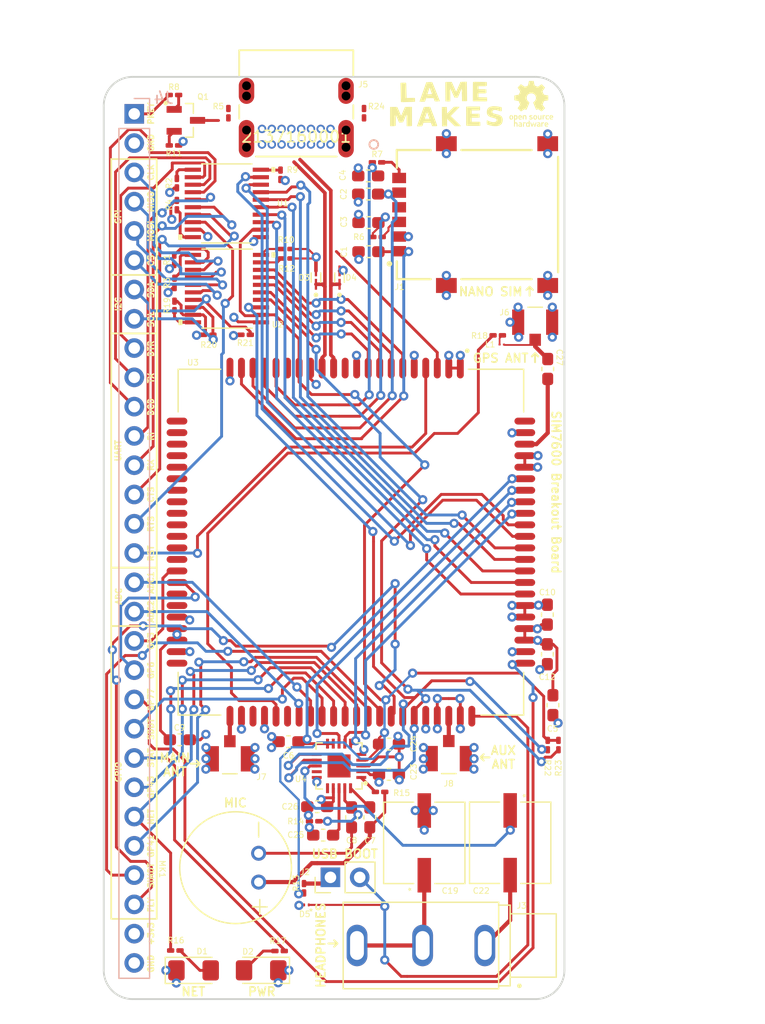
<source format=kicad_pcb>
(kicad_pcb (version 20221018) (generator pcbnew)
  (layers (0 "F.Cu" signal) (1 "In1.Cu" signal) (2 "In2.Cu" signal) (31 "B.Cu" signal) (34 "B.Paste" user) (35 "F.Paste" user) (36 "B.SilkS" user "B.Silkscreen") (37 "F.SilkS" user "F.Silkscreen") (38 "B.Mask" user) (39 "F.Mask" user) (44 "Edge.Cuts" user))
  (net 0 "")
  (net 1 "/SIM_VCC")
  (net 2 "GND")
  (net 3 "Net-(Q1-Pad1)")
  (net 4 "Net-(Q1-Pad2)")
  (net 5 "/PWRKEY")
  (net 6 "/PCM_IN")
  (net 7 "/PCM_OUT")
  (net 8 "/PCM_SYNC")
  (net 9 "/PCM_CLK")
  (net 10 "Net-(U4-MICBIAS)")
  (net 11 "/+3v3")
  (net 12 "Net-(U4-MOUT)")
  (net 15 "/+1v8")
  (net 16 "/SCL")
  (net 17 "/SDA")
  (net 18 "Net-(U4-VREF)")
  (net 19 "Net-(U4-MIC-)")
  (net 20 "Net-(U4-MIC+)")
  (net 21 "/SPI_CLK")
  (net 22 "/SPI_CS")
  (net 23 "/SPI_MOSI")
  (net 24 "/SPI_MISO")
  (net 26 "Net-(U2-A7)")
  (net 27 "Net-(U2-A8)")
  (net 28 "Net-(U2-B8)")
  (net 29 "/3v3_SPI_MISO")
  (net 30 "/3v3_SPI_MOSI")
  (net 31 "/3v3_SPI_CS")
  (net 32 "/3v3_SPI_CLK")
  (net 33 "/3v3_SDA")
  (net 34 "/3v3_SCL")
  (net 35 "/UART_CTS")
  (net 36 "/UART_RX")
  (net 37 "/UART_DTR")
  (net 38 "/UART_RTS")
  (net 39 "/UART_RI")
  (net 40 "/UART_DCD")
  (net 41 "/UART_TX")
  (net 42 "Net-(U2-B7)")
  (net 43 "Net-(U2-EN)")
  (net 44 "/3v3_UART_TX")
  (net 45 "/3v3_UART_DCD")
  (net 46 "/3v3_UART_RI")
  (net 47 "/3v3_UART_RTS")
  (net 48 "/3v3_UART_DTR")
  (net 49 "/3v3_UART_RX")
  (net 50 "/3v3_UART_CTS")
  (net 51 "Net-(U1-A8)")
  (net 52 "/RESET")
  (net 53 "Net-(U1-B8)")
  (net 54 "/SIM_DATA")
  (net 55 "/SIM_RST")
  (net 56 "/SIM_CLK")
  (net 57 "Net-(U1-EN)")
  (net 69 "/GPIO3")
  (net 70 "/GPIO6")
  (net 74 "/ADC2")
  (net 75 "/ADC1")
  (net 76 "/SD_DET")
  (net 77 "/STATUS")
  (net 78 "/GPIO43")
  (net 79 "/NETLIGHT")
  (net 80 "/GPIO41")
  (net 81 "/USIM_DET")
  (net 82 "/FLIGHTMODE")
  (net 85 "/USB_BOOT")
  (net 87 "/GPIO77")
  (net 90 "/PWR_ON")
  (net 92 "Net-(J1-RST)")
  (net 93 "/D+")
  (net 95 "Net-(L1-Pad1)")
  (net 96 "Net-(C27-Pad2)")
  (net 97 "/MAIN_ANT")
  (net 98 "/GNSS_ANT")
  (net 99 "/AUX_ANT")
  (net 100 "/AUX_VDD")
  (net 101 "Net-(J1-IO)")
  (net 102 "Net-(C8-Pad1)")
  (net 103 "Net-(C7-Pad1)")
  (net 104 "Net-(C22-Pad2)")
  (net 105 "Net-(C19-Pad1)")
  (net 106 "/D-")
  (net 107 "Net-(J2-Pin_1)")
  (net 108 "Net-(D1-A)")
  (net 109 "Net-(D2-A)")
  (net 111 "Net-(J5-CC1)")
  (net 116 "Net-(J5-CC2)")
  (footprint "Capacitor_SMD:C_0603_1608Metric_Pad1.08x0.95mm_HandSolder" (layer "F.Cu") (at 142.1015 128.9055 90)
    (fp_text reference "C7")
    (fp_text value "1uF")
  )
  (footprint "Capacitor_SMD:C_0603_1608Metric_Pad1.08x0.95mm_HandSolder" (layer "F.Cu") (at 137.539 127.98)
    (fp_text reference "C26")
    (fp_text value "4.7uF")
  )
  (footprint "Resistor_SMD:R_0201_0603Metric_Pad0.64x0.40mm_HandSolder" (layer "F.Cu") (at 134.8425 80.425 180)
    (fp_text reference "R12")
    (fp_text value "47k")
  )
  (footprint "Resistor_SMD:R_0201_0603Metric_Pad0.64x0.40mm_HandSolder" (layer "F.Cu") (at 141.6 67.818 90)
    (fp_text reference "R24")
    (fp_text value "5K1")
  )
  (footprint "Resistor_SMD:R_0201_0603Metric_Pad0.64x0.40mm_HandSolder" (layer "F.Cu") (at 142.994 126.698 180)
    (fp_text reference "R15")
    (fp_text value "1.3k")
  )
  (footprint "Capacitor_SMD:C_0603_1608Metric_Pad1.08x0.95mm_HandSolder" (layer "F.Cu") (at 125.6 122.175)
    (fp_text reference "C9")
    (fp_text value "100nF")
  )
  (footprint "sim7600_breakout:arrow" (layer "F.Cu") (at 126.95 124.25)
    (fp_text reference "G***" hide)
    (fp_text value "LOGO" hide)
  )
  (footprint "Resistor_SMD:R_0201_0603Metric_Pad0.64x0.40mm_HandSolder" (layer "F.Cu") (at 125.12 80.5415 90)
    (fp_text reference "R1")
    (fp_text value "47k")
  )
  (footprint "sim7600_breakout:arrow" (layer "F.Cu") (at 156.45 89.03 90)
    (fp_text reference "G***" hide)
    (fp_text value "LOGO" hide)
  )
  (footprint "sim7600_breakout:lamemakes_logo" (layer "F.Cu") (at 148.706829 67.050751)
    (fp_text reference "G***" hide)
    (fp_text value "LOGO" hide)
  )
  (footprint "Capacitor_SMD:C_0603_1608Metric_Pad1.08x0.95mm_HandSolder" (layer "F.Cu") (at 140.5215 128.9055 90)
    (fp_text reference "C8")
    (fp_text value "1uF")
  )
  (footprint "Capacitor_SMD:C_0603_1608Metric_Pad1.08x0.95mm_HandSolder" (layer "F.Cu") (at 141.9605 74.834 180)
    (fp_text reference "C2")
    (fp_text value "22pF")
  )
  (footprint "sim7600_breakout:865080543009" (layer "F.Cu") (at 154.29 131.10915 -90)
    (fp_text reference "C22")
    (fp_text value "47uF" hide)
  )
  (footprint "LED_SMD:LED_1206_3216Metric_Pad1.42x1.75mm_HandSolder" (layer "F.Cu") (at 126.8 142.18)
    (fp_text reference "D1")
    (fp_text value "R_LED")
  )
  (footprint "Resistor_SMD:R_0201_0603Metric_Pad0.64x0.40mm_HandSolder" (layer "F.Cu") (at 134.8425 79.6 180)
    (fp_text reference "R10")
    (fp_text value "47k")
  )
  (footprint "Resistor_SMD:R_0201_0603Metric_Pad0.64x0.40mm_HandSolder" (layer "F.Cu") (at 142.773 78.559 180)
    (fp_text reference "R6")
    (fp_text value "22")
  )
  (footprint "Resistor_SMD:R_0201_0603Metric_Pad0.64x0.40mm_HandSolder" (layer "F.Cu") (at 137.27 129.24)
    (fp_text reference "R14")
    (fp_text value "1.3k")
  )
  (footprint "Resistor_SMD:R_0201_0603Metric_Pad0.64x0.40mm_HandSolder" (layer "F.Cu") (at 125.35 75.79 -90)
    (fp_text reference "R4")
    (fp_text value "4k7")
  )
  (footprint "Resistor_SMD:R_0201_0603Metric_Pad0.64x0.40mm_HandSolder" (layer "F.Cu") (at 153.21 87.09 180)
    (fp_text reference "R18")
    (fp_text value "10")
  )
  (footprint "sim7600_breakout:HIROSE_U.FL-R-SMT-1(01)" (layer "F.Cu") (at 148.96 123.81 180)
    (fp_text reference "J8")
    (fp_text value "U.FL-R-SMT-1(01)")
  )
  (footprint "Resistor_SMD:R_0201_0603Metric_Pad0.64x0.40mm_HandSolder" (layer "F.Cu") (at 142.7305 72.084 180)
    (fp_text reference "R7")
    (fp_text value "22")
  )
  (footprint "sim7600_breakout:HIROSE_U.FL-R-SMT-1(01)" (layer "F.Cu") (at 156.46 85.95)
    (fp_text reference "J6")
    (fp_text value "U.FL-R-SMT-1(01)")
  )
  (footprint "Capacitor_SMD:C_0603_1608Metric_Pad1.08x0.95mm_HandSolder" (layer "F.Cu") (at 143.7615 125.178 180)
    (fp_text reference "C23")
    (fp_text value "4.7uF")
  )
  (footprint "Resistor_SMD:R_0201_0603Metric_Pad0.64x0.40mm_HandSolder" (layer "F.Cu") (at 158.48 122.6325 90)
    (fp_text reference "R23")
    (fp_text value "2k2")
  )
  (footprint "sim7600_breakout:865080543009" (layer "F.Cu") (at 146.8315 131.11885 90)
    (fp_text reference "C19")
    (fp_text value "47uF" hide)
  )
  (footprint "sim7600_breakout:IC_SIM7600E-H" (layer "F.Cu") (at 140.46 105.03 -90)
    (fp_text reference "U3")
    (fp_text value "SIM7600G-H")
  )
  (footprint "Resistor_SMD:R_0201_0603Metric_Pad0.64x0.40mm_HandSolder" (layer "F.Cu") (at 125.35 73.89 90)
    (fp_text reference "R2")
    (fp_text value "47k")
  )
  (footprint "Resistor_SMD:R_0201_0603Metric_Pad0.64x0.40mm_HandSolder" (layer "F.Cu") (at 131.32 87.0415 180)
    (fp_text reference "R21")
    (fp_text value "4k7")
  )
  (footprint "Resistor_SMD:R_0201_0603Metric_Pad0.64x0.40mm_HandSolder" (layer "F.Cu") (at 134.27 140.5 180)
    (fp_text reference "R17")
    (fp_text value "390")
  )
  (footprint "Capacitor_SMD:C_0603_1608Metric_Pad1.08x0.95mm_HandSolder" (layer "F.Cu") (at 157.52 114.7575 -90)
    (fp_text reference "C12")
    (fp_text value "100nF")
  )
  (footprint "sim7600_breakout:arrow" (layer "F.Cu") (at 155.98 83.26 90)
    (fp_text reference "G***" hide)
    (fp_text value "LOGO" hide)
  )
  (footprint "Connector_PinHeader_2.54mm:PinHeader_1x02_P2.54mm_Vertical" (layer "F.Cu") (at 138.685 134.11 90)
    (fp_text reference "J2")
    (fp_text value "2W Header")
  )
  (footprint "Resistor_SMD:R_0201_0603Metric_Pad0.64x0.40mm_HandSolder" (layer "F.Cu") (at 129.825 67.818 90)
    (fp_text reference "R5")
    (fp_text value "5K1")
  )
  (footprint "sim7600_breakout:IND_LQP02HQ47NH02E" (layer "F.Cu") (at 153.56 87.89)
    (fp_text reference "L1")
    (fp_text value "47nH")
  )
  (footprint "Capacitor_SMD:C_0603_1608Metric_Pad1.08x0.95mm_HandSolder" (layer "F.Cu") (at 141.9855 77.309 180)
    (fp_text reference "C3")
    (fp_text value "22pF")
  )
  (footprint "Capacitor_SMD:C_0603_1608Metric_Pad1.08x0.95mm_HandSolder" (layer "F.Cu") (at 157.55 90.0075 90)
    (fp_text reference "C27")
    (fp_text value "33pF")
  )
  (footprint "sim7600_breakout:SOT95P237X112-3N" (layer "F.Cu") (at 126.13 68.44)
    (fp_text reference "Q1")
    (fp_text value "MMBT3904L_RFG")
  )
  (footprint "sim7600_breakout:DIOM1006X40N" (layer "F.Cu") (at 139.475 82.08 90)
    (fp_text reference "D4")
    (fp_text value "ESD9L5.0ST5G")
  )
  (footprint "sim7600_breakout:arrow" (layer "F.Cu") (at 138.9 139.85)
    (fp_text reference "G***" hide)
    (fp_text value "LOGO" hide)
  )
  (footprint "sim7600_breakout:oshw_logo" (layer "F.Cu") (at 156.125 67)
    (fp_text reference "G***" hide)
    (fp_text value "LOGO" hide)
  )
  (footprint "Resistor_SMD:R_0201_0603Metric_Pad0.64x0.40mm_HandSolder" (layer "F.Cu") (at 125.2175 140.455)
    (fp_text reference "R16")
    (fp_text value "390")
  )
  (footprint "Capacitor_SMD:C_0603_1608Metric_Pad1.08x0.95mm_HandSolder" (layer "F.Cu") (at 138.054 130.448 180)
    (fp_text reference "C25")
    (fp_text value "4.7uF")
  )
  (footprint "Resistor_SMD:R_0201_0603Metric_Pad0.64x0.40mm_HandSolder" (layer "F.Cu") (at 125.0975 70.615 180)
    (fp_text reference "R11")
    (fp_text value "47k")
  )
  (footprint "LED_SMD:LED_1206_3216Metric_Pad1.42x1.75mm_HandSolder" (layer "F.Cu") (at 132.67 142.175 180)
    (fp_text reference "D2")
    (fp_text value "R_LED")
  )
  (footprint "sim7600_breakout:DIOM1006X40N" (layer "F.Cu") (at 137.425 82.08 90)
    (fp_text reference "D3")
    (fp_text value "ESD9L5.0ST5G")
  )
  (footprint "sim7600_breakout:NVT2008PW_118" (layer "F.Cu") (at 129.687575 75.6475 180)
    (fp_text reference "U1")
    (fp_text value "NVT2008PW_118" hide)
  )
  (footprint "Resistor_SMD:R_0201_0603Metric_Pad0.64x0.40mm_HandSolder" (layer "F.Cu") (at 157.55 122.6325 90)
    (fp_text reference "R22")
    (fp_text value "2k2")
  )
  (footprint "Resistor_SMD:R_0201_0603Metric_Pad0.64x0.40mm_HandSolder" (layer "F.Cu") (at 134.35 73.1625 90)
    (fp_text reference "R9")
    (fp_text value "47k")
  )
  (footprint "Resistor_SMD:R_0201_0603Metric_Pad0.64x0.40mm_HandSolder" (layer "F.Cu") (at 125.145 82.5415 90)
    (fp_text reference "R3")
    (fp_text value "47k")
  )
  (footprint "Capacitor_SMD:C_0603_1608Metric_Pad1.08x0.95mm_HandSolder" (layer "F.Cu") (at 135.0475 122.34 180)
    (fp_text reference "C6")
    (fp_text value "4.7uF")
  )
  (footprint "sim7600_breakout:HIROSE_U.FL-R-SMT-1(01)" (layer "F.Cu") (at 129.95 123.825 180)
    (fp_text reference "J7")
    (fp_text value "U.FL-R-SMT-1(01)")
  )
  (footprint "Resistor_SMD:R_0201_0603Metric_Pad0.64x0.40mm_HandSolder" (layer "F.Cu") (at 125.145 84.534 -90)
    (fp_text reference "R19")
    (fp_text value "4k7")
  )
  (footprint "Resistor_SMD:R_0201_0603Metric_Pad0.64x0.40mm_HandSolder" (layer "F.Cu") (at 125.0975 66.24 180)
    (fp_text reference "R8")
    (fp_text value "4k7")
  )
  (footprint "Resistor_SMD:R_0201_0603Metric_Pad0.64x0.40mm_HandSolder" (layer "F.Cu") (at 136.38975 135.055502 90)
    (fp_text reference "R13")
    (fp_text value "47k")
  )
  (footprint "sim7600_breakout:CUI_MJ-3502N" (layer "F.Cu") (at 146.54 140.02 180)
    (fp_text reference "J3")
    (fp_text value "MJ-3502N")
  )
  (footprint "Resistor_SMD:R_0201_0603Metric_Pad0.64x0.40mm_HandSolder" (layer "F.Cu") (at 128.0725 87.0415 180)
    (fp_text reference "R20")
    (fp_text value "4k7")
  )
  (footprint "sim7600_breakout:MIC_AOM-4544P-NF-R" (layer "F.Cu") (at 130.45 133.27 -90)
    (fp_text reference "MK1")
    (fp_text value "AOM-4544P")
  )
  (footprint "Capacitor_SMD:C_0603_1608Metric_Pad1.08x0.95mm_HandSolder" (layer "F.Cu") (at 141.9855 79.834 180)
    (fp_text reference "C1")
    (fp_text value "22pF")
  )
  (footprint "sim7600_breakout:QFN50P400X400X80-21N" (layer "F.Cu") (at 139.43 124.445 180)
    (fp_text reference "U4")
    (fp_text value "NAU8810YG")
  )
  (footprint "sim7600_breakout:2137160001-USB-C" (layer "F.Cu") (at 138.692551 70.5321 180)
    (fp_text reference "J5")
    (fp_text value "2137160001")
  )
  (footprint "Capacitor_SMD:C_0603_1608Metric_Pad1.08x0.95mm_HandSolder" (layer "F.Cu") (at 143.769 122.548)
    (fp_text reference "C24")
    (fp_text value "4.7uF")
  )
  (footprint "Capacitor_SMD:C_0603_1608Metric_Pad1.08x0.95mm_HandSolder" (layer "F.Cu") (at 157.52 111.32 90)
    (fp_text reference "C10")
    (fp_text value "100nF")
  )
  (footprint "Capacitor_SMD:C_0603_1608Metric_Pad1.08x0.95mm_HandSolder" (layer "F.Cu") (at 141.9605 73.259 180)
    (fp_text reference "C4")
    (fp_text value "100nF")
  )
  (footprint "sim7600_breakout:PESD2V0Y1BSFYL" (layer "F.Cu") (at 136.6 136.5)
    (fp_text reference "D5")
    (fp_text value "PESD2V0Y1BSFYL" hide)
  )
  (footprint "sim7600_breakout:arrow" (layer "F.Cu") (at 152.1 123.7 180)
    (fp_text reference "G***" hide)
    (fp_text value "LOGO" hide)
  )
  (footprint "Capacitor_SMD:C_0603_1608Metric_Pad1.08x0.95mm_HandSolder" (layer "F.Cu") (at 158 119.175 -90)
    (fp_text reference "C5")
    (fp_text value "10uF")
  )
  (footprint "sim7600_breakout:NVT2008PW_118" (layer "F.Cu") (at 129.702 83.0365 180)
    (fp_text reference "U2")
    (fp_text value "NVT2008PW_118" hide)
  )
  (footprint "sim7600_breakout:GCT_SIM8060-6-0-14-00-A" (layer "F.Cu") (at 151.45 76.615 90)
    (fp_text reference "J1")
    (fp_text value "SIM8060-6-0-14-00-A")
  )
  (footprint "Connector_PinHeader_2.54mm:PinHeader_1x30_P2.54mm_Vertical" (layer "B.Cu") (at 121.65 67.875 180)
    (fp_text reference "J4")
    (fp_text value "30W Header")
  )
  (gr_rect (start 119.65 81.85) (end 123.6 86.925) (stroke (width 0.15)) (fill none) (layer "F.SilkS"))
  (gr_rect (start 119.65 86.925) (end 123.6 107.25) (stroke (width 0.15)) (fill none) (layer "F.SilkS"))
  (gr_rect (start 119.65 107.2375) (end 123.6 112.3125) (stroke (width 0.15)) (fill none) (layer "F.SilkS"))
  (gr_rect (start 119.65 71.8) (end 123.6 81.85) (stroke (width 0.15)) (fill none) (layer "F.SilkS"))
  (gr_rect (start 119.65 112.3125) (end 123.6 137.7125) (stroke (width 0.15)) (fill none) (layer "F.SilkS"))
  (gr_line locked (start 121.5 64.67) (end 156.5 64.67) (stroke (width 0.16)) (layer "Edge.Cuts"))
  (gr_line locked (start 121.5 144.67) (end 156.5 144.67) (stroke (width 0.16)) (layer "Edge.Cuts"))
  (gr_arc locked (start 121.5 144.67) (mid 119.732233 143.937767) (end 119 142.17) (stroke (width 0.16)) (layer "Edge.Cuts"))
  (gr_line locked (start 159 142.17) (end 159 67.17) (stroke (width 0.16)) (layer "Edge.Cuts"))
  (gr_arc (start 119 67.17) (mid 119.732233 65.402233) (end 121.5 64.67) (stroke (width 0.16)) (layer "Edge.Cuts"))
  (gr_arc locked (start 159 142.17) (mid 158.267767 143.937767) (end 156.5 144.67) (stroke (width 0.16)) (layer "Edge.Cuts"))
  (gr_arc locked (start 156.5 64.67) (mid 158.267767 65.402233) (end 159 67.17) (stroke (width 0.16)) (layer "Edge.Cuts"))
  (gr_line locked (start 119 142.17) (end 119 67.17) (stroke (width 0.16)) (layer "Edge.Cuts"))
  (gr_text "SDA" (at 123.1 83.15 90) (layer "F.SilkS") (effects (font (size 0.5 0.5) (thickness 0.125))))
  (gr_text "CLK" (at 123.1 72.95 90) (layer "F.SilkS") (effects (font (size 0.5 0.5) (thickness 0.125))))
  (gr_text "STAT" (at 123.1 123.75 90) (layer "F.SilkS") (effects (font (size 0.5 0.5) (thickness 0.125))))
  (gr_text "PKEY" (at 123.1 67.85 90) (layer "F.SilkS") (effects (font (size 0.5 0.5) (thickness 0.125))))
  (gr_text "NET" (at 123.1 128.85 90) (layer "F.SilkS") (effects (font (size 0.5 0.5) (thickness 0.125))))
  (gr_text "GND" (at 123.1 70.4 90) (layer "F.SilkS") (effects (font (size 0.5 0.5) (thickness 0.125))))
  (gr_text "MOSI" (at 123.1 78.05 90) (layer "F.SilkS") (effects (font (size 0.5 0.5) (thickness 0.125))))
  (gr_text "DTR" (at 123.1 88.25 90) (layer "F.SilkS") (effects (font (size 0.5 0.5) (thickness 0.125))))
  (gr_text "+3v3" (at 123.1 139 90) (layer "F.SilkS") (effects (font (size 0.5 0.5) (thickness 0.125))))
  (gr_text "CTS" (at 123.1 100.9 90) (layer "F.SilkS") (effects (font (size 0.5 0.5) (thickness 0.125))))
  (gr_text "ADC" (at 120.3 109.725 90) (layer "F.SilkS") (effects (font (size 0.5 0.5) (thickness 0.125))))
  (gr_text "RTS" (at 123.1 103.45 90) (layer "F.SilkS") (effects (font (size 0.5 0.5) (thickness 0.125))))
  (gr_text "MISO" (at 123.099801 75.5 90) (layer "F.SilkS") (effects (font (size 0.5 0.5) (thickness 0.125))))
  (gr_text "HEADPHONES" (at 137.85 140 90) (layer "F.SilkS") (effects (font (size 0.75 0.75))))
  (gr_text "USB BOOT" (at 139.925 132.075) (layer "F.SilkS") (effects (font (size 0.75 0.75))))
  (gr_text "MIC" (at 130.425 127.65) (layer "F.SilkS") (effects (font (size 0.75 0.75))))
  (gr_text "NET" (at 126.775 144.025) (layer "F.SilkS") (effects (font (size 0.75 0.75))))
  (gr_text "GP6" (at 123.1 116.15 90) (layer "F.SilkS") (effects (font (size 0.5 0.5) (thickness 0.125))))
  (gr_text "SCL" (at 123.1 85.7 90) (layer "F.SilkS") (effects (font (size 0.5 0.5) (thickness 0.125))))
  (gr_text "GP77" (at 123.098023 118.7 90) (layer "F.SilkS") (effects (font (size 0.5 0.5) (thickness 0.125))))
  (gr_text "RX" (at 123.1 98.35 90) (layer "F.SilkS") (effects (font (size 0.5 0.5) (thickness 0.125))))
  (gr_text "SIMDT" (at 123.1 133.95 90) (layer "F.SilkS") (effects (font (size 0.5 0.5) (thickness 0.125))))
  (gr_text "UART" (at 120.25 97.1 90) (layer "F.SilkS") (effects (font (size 0.5 0.5) (thickness 0.125))))
  (gr_text "I2C" (at 120.275 84.375 90) (layer "F.SilkS") (effects (font (size 0.5 0.5) (thickness 0.125))))
  (gr_text "GP41" (at 123.1 131.4 90) (layer "F.SilkS") (effects (font (size 0.5 0.5) (thickness 0.125))))
  (gr_text "FLY" (at 123.099999 136.5 90) (layer "F.SilkS") (effects (font (size 0.5 0.5) (thickness 0.125))))
  (gr_text "RST" (at 123.1 106 90) (layer "F.SilkS") (effects (font (size 0.5 0.5) (thickness 0.125))))
  (gr_text "ADC1" (at 123.1 108.55 90) (layer "F.SilkS") (effects (font (size 0.5 0.5) (thickness 0.125))))
  (gr_text "RI" (at 123.1 95.85 90) (layer "F.SilkS") (effects (font (size 0.5 0.5) (thickness 0.125))))
  (gr_text "SPI" (at 120.25 76.8 90) (layer "F.SilkS") (effects (font (size 0.5 0.5) (thickness 0.125))))
  (gr_text "CS" (at 123.1 80.6 90) (layer "F.SilkS") (effects (font (size 0.5 0.5) (thickness 0.125))))
  (gr_text "GPIO" (at 120.275 124.975 90) (layer "F.SilkS") (effects (font (size 0.5 0.5) (thickness 0.125))))
  (gr_text "DCD" (at 123.1 93.3 90) (layer "F.SilkS") (effects (font (size 0.5 0.5) (thickness 0.125))))
  (gr_text "SIM7600 Breakout Board" (at 158.275 100.7 270) (layer "F.SilkS") (effects (font (size 0.75 0.75))))
  (gr_text "GP3" (at 123.1 113.6 90) (layer "F.SilkS") (effects (font (size 0.5 0.5) (thickness 0.125))))
  (gr_text "NANO SIM" (at 152.6 83.3) (layer "F.SilkS") (effects (font (size 0.75 0.75))))
  (gr_text "MAIN\nANT" (at 125.175 124.35) (layer "F.SilkS") (effects (font (size 0.75 0.75))))
  (gr_text "GND" (at 123.1 141.6 90) (layer "F.SilkS") (effects (font (size 0.5 0.5) (thickness 0.125))))
  (gr_text "GPS ANT" (at 153.46 89.07) (layer "F.SilkS") (effects (font (size 0.75 0.75))))
  (gr_text "PWR" (at 132.725 144.025) (layer "F.SilkS") (effects (font (size 0.75 0.75))))
  (gr_text "TX" (at 123.1 90.8 90) (layer "F.SilkS") (effects (font (size 0.5 0.5) (thickness 0.125))))
  (gr_text "GP43" (at 123.1 126.3 90) (layer "F.SilkS") (effects (font (size 0.5 0.5) (thickness 0.125))))
  (gr_text "SDDT" (at 123.1 121.25 90) (layer "F.SilkS") (effects (font (size 0.5 0.5) (thickness 0.125))))
  (gr_text "AUX\nANT" (at 153.7 123.7) (layer "F.SilkS") (effects (font (size 0.75 0.75))))
  (gr_text "ADC2" (at 123.1 111.05 90) (layer "F.SilkS") (effects (font (size 0.5 0.5) (thickness 0.125))))
  (segment (start 141.402299 96.057701) (end 141.402299 95.997701) (width 0.25) (layer "F.Cu") (net 1))
  (segment (start 130.96 91.32) (end 135.65 96.01) (width 0.25) (layer "F.Cu") (net 1))
  (segment (start 135.697701 96.057701) (end 141.402299 96.057701) (width 0.25) (layer "F.Cu") (net 1))
  (segment (start 144.685 79.825) (end 144.65 79.79) (width 0.25) (layer "F.Cu") (net 1))
  (segment (start 141.402299 95.997701) (end 145.05 92.35) (width 0.25) (layer "F.Cu") (net 1))
  (segment (start 130.96 89.93) (end 130.96 91.32) (width 0.25) (layer "F.Cu") (net 1))
  (segment (start 144.606 79.834) (end 144.65 79.79) (width 0.25) (layer "F.Cu") (net 1))
  (segment (start 145.475 79.825) (end 144.685 79.825) (width 0.25) (layer "F.Cu") (net 1))
  (segment (start 142.848 79.834) (end 144.606 79.834) (width 0.25) (layer "F.Cu") (net 1))
  (segment (start 135.65 96.01) (end 135.697701 96.057701) (width 0.25) (layer "F.Cu") (net 1))
  (via (at 145.05 92.35) (size 0.8) (drill 0.4) (layers "F.Cu" "B.Cu") (net 1))
  (via (at 145.475 79.825) (size 0.8) (drill 0.4) (layers "F.Cu" "B.Cu") (net 1))
  (segment (start 145.05 80.25) (end 145.475 79.825) (width 0.25) (layer "B.Cu") (net 1))
  (segment (start 145.05 92.35) (end 145.05 80.25) (width 0.25) (layer "B.Cu") (net 1))
  (segment (start 146.8315 128.31215) (end 146.8315 130.0085) (width 0.25) (layer "F.Cu") (net 2))
  (segment (start 125.3125 143.2625) (end 125.3 143.275) (width 0.25) (layer "F.Cu") (net 2))
  (segment (start 136.85 129.2525) (end 136.8625 129.24) (width 0.25) (layer "F.Cu") (net 2))
  (segment (start 135.991223 136.5) (end 135.951962 136.539261) (width 0.18) (layer "F.Cu") (net 2))
  (segment (start 144.65 122.34) (end 144.66 122.33) (width 0.25) (layer "F.Cu") (net 2))
  (segment (start 137.1915 130.1165) (end 136.85 129.775) (width 0.25) (layer "F.Cu") (net 2))
  (segment (start 132.12 124.52) (end 131.425 123.825) (width 0.25) (layer "F.Cu") (net 2))
  (segment (start 155.56 95.53) (end 154.47 95.53) (width 0.25) (layer "F.Cu") (net 2))
  (segment (start 131.43 123.82) (end 131.425 123.825) (width 0.25) (layer "F.Cu") (net 2))
  (segment (start 126.208163 111.53) (end 126.461311 111.783148) (width 0.25) (layer "F.Cu") (net 2))
  (segment (start 154.985 87.21) (end 155.025 87.25) (width 0.3628) (layer "F.Cu") (net 2))
  (segment (start 157.55 70.465) (end 157.55 69.625) (width 0.25) (layer "F.Cu") (net 2))
  (segment (start 149.93 118.6) (end 148.96 118.6) (width 0.25) (layer "F.Cu") (net 2))
  (segment (start 132.96 120.13) (end 132.96 121.22) (width 0.25) (layer "F.Cu") (net 2))
  (segment (start 157.52 115.62) (end 157.334012 115.62) (width 0.25) (layer "F.Cu") (net 2))
  (segment (start 132.61325 85.92) (end 130.675 85.92) (width 0.25) (layer "F.Cu") (net 2))
  (segment (start 154.985 84.66) (end 154.975 84.65) (width 0.3628) (layer "F.Cu") (net 2))
  (segment (start 148.96 89.93) (end 149.96 89.93) (width 0.25) (layer "F.Cu") (net 2))
  (segment (start 137.45 80.3) (end 137.4469 80.3) (width 0.25) (layer "F.Cu") (net 2))
  (segment (start 141.365 123.445) (end 141.365 123.2545) (width 0.25) (layer "F.Cu") (net 2))
  (segment (start 132.13 122.85) (end 132.13 123.12) (width 0.25) (layer "F.Cu") (net 2))
  (segment (start 144.65 123.66) (end 144.65 122.34) (width 0.25) (layer "F.Cu") (net 2))
  (segment (start 125.36 111.53) (end 126.208163 111.53) (width 0.25) (layer "F.Cu") (net 2))
  (segment (start 136.6765 129.054) (end 136.8625 129.24) (width 0.25) (layer "F.Cu") (net 2))
  (segment (start 149.96 118.65) (end 149.97 118.64) (width 0.25) (layer "F.Cu") (net 2))
  (segment (start 146.8315 128.31215) (end 146.05215 128.31215) (width 0.25) (layer "F.Cu") (net 2))
  (segment (start 147.485 123.81) (end 147.485 123.985) (width 0.25) (layer "F.Cu") (net 2))
  (segment (start 135.25 80.425) (end 137.3219 80.425) (width 0.18) (layer "F.Cu") (net 2))
  (segment (start 127.88 122.85) (end 127.88 123.23) (width 0.25) (layer "F.Cu") (net 2))
  (segment (start 157.52 110.4575) (end 156.7925 110.4575) (width 0.25) (layer "F.Cu") (net 2))
  (segment (start 147.485 123.985) (end 146.75 124.72) (width 0.25) (layer "F.Cu") (net 2))
  (segment (start 142.84 123.66) (end 142.055 124.445) (width 0.25) (layer "F.Cu") (net 2))
  (segment (start 147.485 123.575) (end 146.76 122.85) (width 0.25) (layer "F.Cu") (net 2))
  (segment (start 134.1575 143.2425) (end 134.15 143.25) (width 0.25) (layer "F.Cu") (net 2))
  (segment (start 137.1915 130.448) (end 137.1915 130.1165) (width 0.25) (layer "F.Cu") (net 2))
  (segment (start 144.6525 124.96) (end 144.6525 123.6625) (width 0.25) (layer "F.Cu") (net 2))
  (segment (start 136.85 129.775) (end 136.85 129.2525) (width 0.25) (layer "F.Cu") (net 2))
  (segment (start 141.123 80.473) (end 141.15 80.5) (width 0.25) (layer "F.Cu") (net 2))
  (segment (start 137.425 80.3219) (end 137.4469 80.3) (width 0.312) (layer "F.Cu") (net 2))
  (segment (start 127.87 124.43) (end 128.475 123.825) (width 0.25) (layer "F.Cu") (net 2))
  (segment (start 130.96 120.13) (end 130.96 121.25) (width 0.25) (layer "F.Cu") (net 2))
  (segment (start 125.35 74.2975) (end 125.129545 74.2975) (width 0.25) (layer "F.Cu") (net 2))
  (segment (start 134.185 122.34) (end 133.99 122.34) (width 0.25) (layer "F.Cu") (net 2))
  (segment (start 136.6765 127.98) (end 136.6765 128.6265) (width 0.25) (layer "F.Cu") (net 2))
  (segment (start 144.6525 125.6425) (end 144.66 125.65) (width 0.25) (layer "F.Cu") (net 2))
  (segment (start 126.47 114.53) (end 126.475 114.525) (width 0.25) (layer "F.Cu") (net 2))
  (segment (start 149.96 120.13) (end 149.96 118.65) (width 0.25) (layer "F.Cu") (net 2))
  (segment (start 154.46 110.53) (end 154.45 110.52) (width 0.25) (layer "F.Cu") (net 2))
  (segment (start 141.098 72.577) (end 141.1 72.575) (width 0.25) (layer "F.Cu") (net 2))
  (segment (start 141.098 75.523) (end 141.1 75.525) (width 0.25) (layer "F.Cu") (net 2))
  (segment (start 137.495 125.445) (end 137.495 125.82) (width 0.25) (layer "F.Cu") (net 2))
  (segment (start 127.3945 122.175) (end 127.8695 121.7) (width 0.25) (layer "F.Cu") (net 2))
  (segment (start 157.55 82.765) (end 157.55 83.625) (width 0.25) (layer "F.Cu") (net 2))
  (segment (start 125.063662 80.949) (end 124.7105 81.302162) (width 0.25) (layer "F.Cu") (net 2))
  (segment (start 148.75 70.465) (end 148.75 71.325) (width 0.25) (layer "F.Cu") (net 2))
  (segment (start 132.640325 78.5725) (end 132.403 78.5725) (width 0.25) (layer "F.Cu") (net 2))
  (segment (start 149.96 89.93) (end 149.96 88.83) (width 0.25) (layer "F.Cu") (net 2))
  (segment (start 137.425 81.5) (end 137.425 80.3219) (width 0.312) (layer "F.Cu") (net 2))
  (segment (start 136.96 89.93) (end 136.96 90.8655) (width 0.25) (layer "F.Cu") (net 2))
  (segment (start 125.36 114.53) (end 126.47 114.53) (width 0.25) (layer "F.Cu") (net 2))
  (segment (start 155.56 110.53) (end 156.72 110.53) (width 0.25) (layer "F.Cu") (net 2))
  (segment (start 147.485 123.81) (end 147.485 123.575) (width 0.25) (layer "F.Cu") (net 2))
  (segment (start 148.75 82.765) (end 148.75 81.9) (width 0.25) (layer "F.Cu") (net 2))
  (segment (start 144.6525 124.96) (end 144.6525 125.6425) (width 0.25) (layer "F.Cu") (net 2))
  (segment (start 149.97 118.64) (end 149.93 118.6) (width 0.25) (layer "F.Cu") (net 2))
  (segment (start 148.96 89.93) (end 148.96 88.83) (width 0.25) (layer "F.Cu") (net 2))
  (segment (start 133.58 121.9) (end 133.745 121.9) (width 0.25) (layer "F.Cu") (net 2))
  (segment (start 137.495 125.82) (end 137.5 125.825) (width 0.25) (layer "F.Cu") (net 2))
  (segment (start 157.935 85.95) (end 157.935 87.235) (width 0.3628) (layer "F.Cu") (net 2))
  (segment (start 124.405 142.18) (end 124.4 142.175) (width 0.25) (layer "F.Cu") (net 2))
  (segment (start 155.56 98.53) (end 156.67 98.53) (width 0.25) (layer "F.Cu") (net 2))
  (segment (start 134.1575 142.175) (end 135.075 142.175) (width 0.25) (layer "F.Cu") (net 2))
  (segment (start 130.3 85.545) (end 130.3 85.525) (width 0.25) (layer "F.Cu") (net 2))
  (segment (start 125.018656 82.949) (end 124.589673 83.377983) (width 0.25) (layer "F.Cu") (net 2))
  (segment (start 125.3125 142.18) (end 124.405 142.18) (width 0.25) (layer "F.Cu") (net 2))
  (segment (start 127.88 123.23) (end 128.475 123.825) (width 0.25) (layer "F.Cu") (net 2))
  (segment (start 148.75 82.765) (end 148.75 83.625) (width 0.25) (layer "F.Cu") (net 2))
  (segment (start 147.96 120.13) (end 147.96 121.21) (width 0.25) (layer "F.Cu") (net 2))
  (segment (start 136.96 90.8655) (end 137.4445 91.35) (width 0.25) (layer "F.Cu") (net 2))
  (segment (start 132.65475 85.9615) (end 132.61325 85.92) (width 0.25) (layer "F.Cu") (net 2))
  (segment (start 140.96 88.84) (end 140.95 88.83) (width 0.25) (layer "F.Cu") (net 2))
  (segment (start 144.65 78.52) (end 145.445 78.52) (width 0.25) (layer "F.Cu") (net 2))
  (segment (start 134.08 122.34) (end 133.57 122.85) (width 0.25) (layer "F.Cu") (net 2))
  (segment (start 145.445 78.52) (end 145.45 78.525) (width 0.25) (layer "F.Cu") (net 2))
  (segment (start 144.6315 121.9515) (end 144.55 121.87) (width 0.25) (layer "F.Cu") (net 2))
  (segment (start 154.985 85.95) (end 154.985 87.21) (width 0.3628) (layer "F.Cu") (net 2))
  (segment (start 154.985 85.95) (end 154.985 84.66) (width 0.3628) (layer "F.Cu") (net 2))
  (segment (start 149.96 120.13) (end 149.96 121.22) (width 0.25) (layer "F.Cu") (net 2))
  (segment (start 157.55 70.465) (end 157.55 71.325) (width 0.25) (layer "F.Cu") (net 2))
  (segment (start 156.72 110.53) (end 156.75 110.5) (width 0.25) (layer "F.Cu") (net 2))
  (segment (start 145.96 89.93) (end 145.96 88.83) (width 0.25) (layer "F.Cu") (net 2))
  (segment (start 141.123 79.834) (end 141.123 80.473) (width 0.25) (layer "F.Cu") (net 2))
  (segment (start 139.475 81.5) (end 139.74 81.5) (width 0.312) (layer "F.Cu") (net 2))
  (segment (start 154.48 114.53) (end 154.47 114.54) (width 0.25) (layer "F.Cu") (net 2))
  (segment (start 147.96 120.13) (end 147.96 118.61) (width 0.25) (layer "F.Cu") (net 2))
  (segment (start 147.96 121.21) (end 147.97 121.22) (width 0.25) (layer "F.Cu") (net 2))
  (segment (start 141.123 76.602) (end 141.125 76.6) (width 0.25) (layer "F.Cu") (net 2))
  (segment (start 139.74 81.5) (end 139.79 81.45) (width 0.312) (layer "F.Cu") (net 2))
  (segment (start 136.6765 128.6265) (end 136.775 128.725) (width 0.25) (layer "F.Cu") (net 2))
  (segment (start 125.3125 142.18) (end 125.3125 143.2625) (width 0.25) (layer "F.Cu") (net 2))
  (segment (start 134.67 73.57) (end 134.76 73.66) (width 0.25) (layer "F.Cu") (net 2))
  (segment (start 140.96 89.93) (end 140.96 88.84) (width 0.25) (layer "F.Cu") (net 2))
  (segment (start 126.4625 122.175) (end 127.3945 122.175) (width 0.25) (layer "F.Cu") (net 2))
  (segment (start 155.56 97.53) (end 156.695 97.53) (width 0.25) (layer "F.Cu") (net 2))
  (segment (start 127.88 123.82) (end 128.47 123.82) (width 0.25) (layer "F.Cu") (net 2))
  (segment (start 157.55 82.765) (end 157.55 81.9) (width 0.25) (layer "F.Cu") (net 2))
  (segment (start 141.098 74.834) (end 141.098 75.523) (width 0.25) (layer "F.Cu") (net 2))
  (segment (start 144.8425 122.3575) (end 144.815 122.33) (width 0.25) (layer "F.Cu") (net 2))
  (segment (start 125.129545 74.2975) (end 124.730783 74.696262) (width 0.25) (layer "F.Cu") (net 2))
  (segment (start 142.84 123.66) (end 144.65 123.66) (width 0.25) (layer "F.Cu") (net 2))
  (segment (start 141.123 77.309) (end 141.123 76.602) (width 0.25) (layer "F.Cu") (net 2))
  (segment (start 157.935 84.665) (end 157.95 84.65) (width 0.3628) (layer "F.Cu") (net 2))
  (segment (start 132.403 78.5725) (end 132.0255 78.95) (width 0.25) (layer "F.Cu") (net 2))
  (segment (start 136.75 79.6) (end 137.45 80.3) (width 0.18) (layer "F.Cu") (net 2))
  (segment (start 156.695 97.53) (end 156.7 97.525) (width 0.25) (layer "F.Cu") (net 2))
  (segment (start 146.8315 128.31215) (end 147.60785 128.31215) (width 0.25) (layer "F.Cu") (net 2))
  (segment (start 144.6315 122.548) (end 144.6315 121.9515) (width 0.25) (layer "F.Cu") (net 2))
  (segment (start 148.75 70.465) (end 148.75 69.6) (width 0.25) (layer "F.Cu") (net 2))
  (segment (start 155.56 110.53) (end 154.46 110.53) (width 0.25) (layer "F.Cu") (net 2))
  (segment (start 147.96 118.61) (end 147.97 118.6) (width 0.25) (layer "F.Cu") (net 2))
  (segment (start 155.56 114.53) (end 154.48 114.53) (width 0.25) (layer "F.Cu") (net 2))
  (segment (start 135.25 79.6) (end 136.75 79.6) (width 0.18) (layer "F.Cu") (net 2))
  (segment (start 134.1575 142.175) (end 134.1575 143.2425) (width 0.25) (layer "F.Cu") (net 2))
  (segment (start 141.365 123.2545) (end 141.5915 123.028) (width 0.25) (layer "F.Cu") (net 2))
  (segment (start 155.56 98.53) (end 155.56 97.53) (width 0.25) (layer "F.Cu") (net 2))
  (segment (start 155.56 111.53) (end 155.56 110.53) (width 0.25) (layer "F.Cu") (net 2))
  (segment (start 130.675 85.92) (end 130.3 85.545) (width 0.25) (layer "F.Cu") (net 2))
  (segment (start 146.96 120.13) (end 146.96 121.23) (width 0.25) (layer "F.Cu") (net 2))
  (segment (start 132.13 123.82) (end 131.43 123.82) (width 0.25) (layer "F.Cu") (net 2))
  (segment (start 141.365 124.445) (end 142.055 124.445) (width 0.25) (layer "F.Cu") (net 2))
  (segment (start 132.12 124.72) (end 132.12 124.52) (width 0.25) (layer "F.Cu") (net 2))
  (segment (start 157.334012 115.62) (end 156.863554 116.090458) (width 0.25) (layer "F.Cu") (net 2))
  (segment (start 134.35 73.57) (end 134.67 73.57) (width 0.25) (layer "F.Cu") (net 2))
  (segment (start 127.87 124.72) (end 127.87 124.43) (width 0.25) (layer "F.Cu") (net 2))
  (segment (start 146.77 123.81) (end 146.76 123.82) (width 0.25) (layer "F.Cu") (net 2))
  (segment (start 134.185 122.34) (end 134.08 122.34) (width 0.25) (layer "F.Cu") (net 2))
  (segment (start 154.47 95.53) (end 154.45 95.55) (width 0.25) (layer "F.Cu") (net 2))
  (segment (start 136.6765 127.98) (end 136.6765 129.054) (width 0.25) (layer "F.Cu") (net 2))
  (segment (start 133.745 121.9) (end 134.185 122.34) (width 0.25) (layer "F.Cu") (net 2))
  (segment (start 155.56 111.53) (end 154.45 111.53) (width 0.25) (layer "F.Cu") (net 2))
  (segment (start 128.47 123.82) (end 128.475 123.825) (width 0.25) (layer "F.Cu") (net 2))
  (segment (start 144.6525 123.6625) (end 144.65 123.66) (width 0.25) (layer "F.Cu") (net 2))
  (segment (start 158 120.275) (end 158.45 120.725) (width 0.25) (layer "F.Cu") (net 2))
  (segment (start 156.67 98.53) (end 156.675 98.525) (width 0.25) (layer "F.Cu") (net 2))
  (segment (start 147.97 118.6) (end 148.96 118.6) (width 0.25) (layer "F.Cu") (net 2))
  (segment (start 137.3219 80.425) (end 137.4469 80.3) (width 0.25) (layer "F.Cu") (net 2))
  (segment (start 157.935 85.95) (end 157.935 84.665) (width 0.3628) (layer "F.Cu") (net 2))
  (segment (start 129.96 89.93) (end 129.96 91.04) (width 0.25) (layer "F.Cu") (net 2))
  (segment (start 125.12 80.949) (end 125.063662 80.949) (width 0.25) (layer "F.Cu") (net 2))
  (segment (start 157.935 87.235) (end 157.95 87.25) (width 0.3628) (layer "F.Cu") (net 2))
  (segment (start 125.145 82.949) (end 125.018656 82.949) (width 0.25) (layer "F.Cu") (net 2))
  (segment (start 154.985 85.95) (end 154.275 85.95) (width 0.3628) (layer "F.Cu") (net 2))
  (segment (start 141.098 73.259) (end 141.098 72.577) (width 0.25) (layer "F.Cu") (net 2))
  (segment (start 147.485 123.81) (end 146.77 123.81) (width 0.25) (layer "F.Cu") (net 2))
  (segment (start 156.7925 110.4575) (end 156.75 110.5) (width 0.25) (layer "F.Cu") (net 2))
  (segment (start 136.401199 136.5) (end 135.991223 136.5) (width 0.18) (layer "F.Cu") (net 2))
  (segment (start 158 120.0375) (end 158 120.275) (width 0.25) (layer "F.Cu") (net 2))
  (segment (start 125.505 70.615) (end 125.541443 70.615) (width 0.25) (layer "F.Cu") (net 2))
  (segment (start 125.541443 70.615) (end 125.891736 70.264707) (width 0.25) (layer "F.Cu") (net 2))
  (segment (start 132.13 123.12) (end 131.425 123.825) (width 0.25) (layer "F.Cu") (net 2))
  (via (at 125.891736 70.264707) (size 0.8) (drill 0.4) (layers "F.Cu" "B.Cu") (net 2))
  (via (at 132.0255 78.95) (size 0.8) (drill 0.4) (layers "F.Cu" "B.Cu") (net 2))
  (via (at 154.975 84.65) (size 0.8) (drill 0.4) (layers "F.Cu" "B.Cu") (net 2))
  (via (at 151.15 123.82) (size 0.8) (drill 0.4) (layers "F.Cu" "B.Cu") (net 2))
  (via (at 154.45 110.52) (size 0.8) (drill 0.4) (layers "F.Cu" "B.Cu") (net 2))
  (via (at 137.4445 91.35) (size 0.8) (drill 0.4) (layers "F.Cu" "B.Cu") (net 2))
  (via (at 141.1 75.525) (size 0.8) (drill 0.4) (layers "F.Cu" "B.Cu") (net 2))
  (via (at 157.55 81.9) (size 0.8) (drill 0.4) (layers "F.Cu" "B.Cu") (net 2))
  (via (at 146.05 128.31) (size 0.8) (drill 0.4) (layers "F.Cu" "B.Cu") (net 2))
  (via (at 146.83 130.01) (size 0.8) (drill 0.4) (layers "F.Cu" "B.Cu") (net 2))
  (via (at 127.88 123.82) (size 0.8) (drill 0.4) (layers "F.Cu" "B.Cu") (net 2))
  (via (at 140.95 88.83) (size 0.8) (drill 0.4) (layers "F.Cu" "B.Cu") (net 2))
  (via (at 154.45 95.55) (size 0.8) (drill 0.4) (layers "F.Cu" "B.Cu") (net 2))
  (via (at 156.7 97.525) (size 0.8) (drill 0.4) (layers "F.Cu" "B.Cu") (net 2))
  (via (at 133.58 121.9) (size 0.8) (drill 0.4) (layers "F.Cu" "B.Cu") (net 2))
  (via (at 134.15 143.25) (size 0.8) (drill 0.4) (layers "F.Cu" "B.Cu") (net 2))
  (via (at 129.96 91.04) (size 0.8) (drill 0.4) (layers "F.Cu" "B.Cu") (net 2))
  (via (at 148.96 88.83) (size 0.8) (drill 0.4) (layers "F.Cu" "B.Cu") (net 2))
  (via (at 154.275 85.95) (size 0.8) (drill 0.4) (layers "F.Cu" "B.Cu") (net 2))
  (via (at 145.96 88.83) (size 0.8) (drill 0.4) (layers "F.Cu" "B.Cu") (net 2))
  (via (at 124.7105 81.302162) (size 0.8) (drill 0.4) (layers "F.Cu" "B.Cu") (net 2))
  (via (at 136.775 128.725) (size 0.8) (drill 0.4) (layers "F.Cu" "B.Cu") (net 2))
  (via (at 147.61 128.31) (size 0.8) (drill 0.4) (layers "F.Cu" "B.Cu") (net 2))
  (via (at 132.13 122.85) (size 0.8) (drill 0.4) (layers "F.Cu" "B.Cu") (net 2))
  (via (at 132.96 121.22) (size 0.8) (drill 0.4) (layers "F.Cu" "B.Cu") (net 2))
  (via (at 154.45 111.53) (size 0.8) (drill 0.4) (layers "F.Cu" "B.Cu") (net 2))
  (via (at 147.97 121.22) (size 0.8) (drill 0.4) (layers "F.Cu" "B.Cu") (net 2))
  (via (at 132.13 123.82) (size 0.8) (drill 0.4) (layers "F.Cu" "B.Cu") (net 2))
  (via (at 146.76 123.82) (size 0.8) (drill 0.4) (layers "F.Cu" "B.Cu") (net 2))
  (via (at 141.125 76.6) (size 0.8) (drill 0.4) (layers "F.Cu" "B.Cu") (net 2))
  (via (at 141.15 80.5) (size 0.8) (drill 0.4) (layers "F.Cu" "B.Cu") (net 2))
  (via (at 158.45 120.725) (size 0.8) (drill 0.4) (layers "F.Cu" "B.Cu") (net 2))
  (via (at 145.45 78.525) (size 0.8) (drill 0.4) (layers "F.Cu" "B.Cu") (net 2))
  (via (at 146.96 121.23) (size 0.8) (drill 0.4) (layers "F.Cu" "B.Cu") (net 2))
  (via (at 148.75 69.6) (size 0.8) (drill 0.4) (layers "F.Cu" "B.Cu") (net 2))
  (via (at 141.5915 123.028) (size 0.8) (drill 0.4) (layers "F.Cu" "B.Cu") (net 2))
  (via (at 156.75 110.5) (size 0.8) (drill 0.4) (layers "F.Cu" "B.Cu") (net 2))
  (via (at 148.75 71.325) (size 0.8) (drill 0.4) (layers "F.Cu" "B.Cu") (net 2))
  (via (at 130.96 121.25) (size 0.8) (drill 0.4) (layers "F.Cu" "B.Cu") (net 2))
  (via (at 156.675 98.525) (size 0.8) (drill 0.4) (layers "F.Cu" "B.Cu") (net 2))
  (via (at 135.951962 136.539261) (size 0.8) (drill 0.4) (layers "F.Cu" "B.Cu") (net 2))
  (via (at 146.76 122.85) (size 0.8) (drill 0.4) (layers "F.Cu" "B.Cu") (net 2))
  (via (at 148.75 83.625) (size 0.8) (drill 0.4) (layers "F.Cu" "B.Cu") (net 2))
  (via (at 144.66 125.65) (size 0.8) (drill 0.4) (layers "F.Cu" "B.Cu") (net 2))
  (via (at 136.85 129.775) (size 0.8) (drill 0.4) (layers "F.Cu" "B.Cu") (net 2))
  (via (at 157.55 83.625) (size 0.8) (drill 0.4) (layers "F.Cu" "B.Cu") (net 2))
  (via (at 157.55 69.625) (size 0.8) (drill 0.4) (layers "F.Cu" "B.Cu") (net 2))
  (via (at 149.93 118.6) (size 0.8) (drill 0.4) (layers "F.Cu" "B.Cu") (net 2))
  (via (at 124.4 142.175) (size 0.8) (drill 0.4) (layers "F.Cu" "B.Cu") (net 2))
  (via (at 151.14 124.72) (size 0.8) (drill 0.4) (layers "F.Cu" "B.Cu") (net 2))
  (via (at 148.75 81.9) (size 0.8) (drill 0.4) (layers "F.Cu" "B.Cu") (net 2))
  (via (at 135.075 142.175) (size 0.8) (drill 0.4) (layers "F.Cu" "B.Cu") (net 2))
  (via (at 149.96 121.22) (size 0.8) (drill 0.4) (layers "F.Cu" "B.Cu") (net 2))
  (via (at 127.87 124.72) (size 0.8) (drill 0.4) (layers "F.Cu" "B.Cu") (net 2))
  (via (at 157.95 87.25) (size 0.8) (drill 0.4) (layers "F.Cu" "B.Cu") (net 2))
  (via (at 125.3 143.275) (size 0.8) (drill 0.4) (layers "F.Cu" "B.Cu") (net 2))
  (via (at 134.76 73.66) (size 0.8) (drill 0.4) (layers "F.Cu" "B.Cu") (net 2))
  (via (at 147.97 118.6) (size 0.8) (drill 0.4) (layers "F.Cu" "B.Cu") (net 2))
  (via (at 127.88 122.85) (size 0.8) (drill 0.4) (layers "F.Cu" "B.Cu") (net 2))
  (via (at 156.863554 116.090458) (size 0.8) (drill 0.4) (layers "F.Cu" "B.Cu") (net 2))
  (via (at 155.025 87.25) (size 0.8) (drill 0.4) (layers "F.Cu" "B.Cu") (net 2))
  (via (at 137.4469 80.3) (size 0.8) (drill 0.4) (layers "F.Cu" "B.Cu") (net 2))
  (via (at 124.730783 74.696262) (size 0.8) (drill 0.4) (layers "F.Cu" "B.Cu") (net 2))
  (via (at 144.65 123.66) (size 0.8) (drill 0.4) (layers "F.Cu" "B.Cu") (net 2))
  (via (at 124.589673 83.377983) (size 0.8) (drill 0.4) (layers "F.Cu" "B.Cu") (net 2))
  (via (at 126.461311 111.783148) (size 0.8) (drill 0.4) (layers "F.Cu" "B.Cu") (net 2))
  (via (at 127.8695 121.7) (size 0.8) (drill 0.4) (layers "F.Cu" "B.Cu") (net 2))
  (via (at 157.95 84.65) (size 0.8) (drill 0.4) (layers "F.Cu" "B.Cu") (net 2))
  (via (at 132.12 124.72) (size 0.8) (drill 0.4) (layers "F.Cu" "B.Cu") (net 2))
  (via (at 133.57 122.85) (size 0.8) (drill 0.4) (layers "F.Cu" "B.Cu") (net 2))
  (via (at 141.1 72.575) (size 0.8) (drill 0.4) (layers "F.Cu" "B.Cu") (net 2))
  (via (at 154.47 114.54) (size 0.8) (drill 0.4) (layers "F.Cu" "B.Cu") (net 2))
  (via (at 130.3 85.525) (size 0.8) (drill 0.4) (layers "F.Cu" "B.Cu") (net 2))
  (via (at 137.5 125.825) (size 0.8) (drill 0.4) (layers "F.Cu" "B.Cu") (net 2))
  (via (at 146.75 124.72) (size 0.8) (drill 0.4) (layers "F.Cu" "B.Cu") (net 2))
  (via (at 149.96 88.83) (size 0.8) (drill 0.4) (layers "F.Cu" "B.Cu") (net 2))
  (via (at 157.55 71.325) (size 0.8) (drill 0.4) (layers "F.Cu" "B.Cu") (net 2))
  (via (at 126.475 114.525) (size 0.8) (drill 0.4) (layers "F.Cu" "B.Cu") (net 2))
  (via (at 139.79 81.45) (size 0.8) (drill 0.4) (layers "F.Cu" "B.Cu") (net 2))
  (via (at 144.55 121.87) (size 0.8) (drill 0.4) (layers "F.Cu" "B.Cu") (net 2))
  (via (at 151.15 122.85) (size 0.8) (drill 0.4) (layers "F.Cu" "B.Cu") (net 2))
  (segment (start 125.505 67.1) (end 125.115 67.49) (width 0.25) (layer "F.Cu") (net 3))
  (segment (start 125.505 66.24) (end 125.505 67.1) (width 0.25) (layer "F.Cu") (net 3))
  (segment (start 124.69 69.815) (end 125.115 69.39) (width 0.25) (layer "F.Cu") (net 4))
  (segment (start 124.69 70.615) (end 124.69 69.815) (width 0.25) (layer "F.Cu") (net 4))
  (segment (start 127.155 68.45) (end 127.145 68.44) (width 0.25) (layer "F.Cu") (net 5))
  (segment (start 147.96 88.58) (end 147.96 89.93) (width 0.25) (layer "F.Cu") (net 5))
  (segment (start 128.025 68.45) (end 127.155 68.45) (width 0.25) (layer "F.Cu") (net 5))
  (segment (start 139.1986 79.8186) (end 147.96 88.58) (width 0.25) (layer "F.Cu") (net 5))
  (segment (start 128.967272 68.45) (end 128.025 68.45) (width 0.25) (layer "F.Cu") (net 5))
  (segment (start 154.47065 101.53) (end 154.418692 101.581958) (width 0.25) (layer "F.Cu") (net 6))
  (segment (start 140.62 122.51) (end 140.87 122.26) (width 0.25) (layer "F.Cu") (net 6))
  (segment (start 140.43 122.51) (end 140.62 122.51) (width 0.25) (layer "F.Cu") (net 6))
  (segment (start 155.56 101.53) (end 154.47065 101.53) (width 0.25) (layer "F.Cu") (net 6))
  (via (at 140.87 122.26) (size 0.8) (drill 0.4) (layers "F.Cu" "B.Cu") (net 6))
  (via (at 154.418692 101.581958) (size 0.8) (drill 0.4) (layers "F.Cu" "B.Cu") (net 6))
  (segment (start 154.418692 101.581958) (end 140.87 115.13065) (width 0.25) (layer "B.Cu") (net 6))
  (segment (start 140.87 115.13065) (end 140.87 122.26) (width 0.25) (layer "B.Cu") (net 6))
  (segment (start 139.93 122.51) (end 139.975 122.465) (width 0.25) (layer "F.Cu") (net 7))
  (segment (start 141.510104 121.535) (end 141.735924 121.76082) (width 0.25) (layer "F.Cu") (net 7))
  (segment (start 154.44 102.59) (end 155.5 102.59) (width 0.25) (layer "F.Cu") (net 7))
  (segment (start 139.975 121.9022) (end 140.3422 121.535) (width 0.25) (layer "F.Cu") (net 7))
  (segment (start 141.170305 121.535) (end 141.510104 121.535) (width 0.25) (layer "F.Cu") (net 7))
  (segment (start 139.975 122.465) (end 139.975 121.9022) (width 0.25) (layer "F.Cu") (net 7))
  (segment (start 155.5 102.59) (end 155.56 102.53) (width 0.25) (layer "F.Cu") (net 7))
  (segment (start 140.3422 121.535) (end 141.170305 121.535) (width 0.25) (layer "F.Cu") (net 7))
  (via (at 141.735924 121.76082) (size 0.8) (drill 0.4) (layers "F.Cu" "B.Cu") (net 7))
  (via (at 154.44 102.59) (size 0.8) (drill 0.4) (layers "F.Cu" "B.Cu") (net 7))
  (segment (start 141.735924 115.294076) (end 154.44 102.59) (width 0.25) (layer "B.Cu") (net 7))
  (segment (start 141.735924 121.76082) (end 141.735924 115.294076) (width 0.25) (layer "B.Cu") (net 7))
  (segment (start 155.547494 100.542506) (end 155.56 100.53) (width 0.25) (layer "F.Cu") (net 8))
  (segment (start 139.43 121.81) (end 139.248595 121.628595) (width 0.25) (layer "F.Cu") (net 8))
  (segment (start 139.248595 121.628595) (end 137.523501 121.628595) (width 0.25) (layer "F.Cu") (net 8))
  (segment (start 154.433545 100.542506) (end 155.547494 100.542506) (width 0.25) (layer "F.Cu") (net 8))
  (segment (start 139.43 122.51) (end 139.43 121.81) (width 0.25) (layer "F.Cu") (net 8))
  (via (at 154.433545 100.542506) (size 0.8) (drill 0.4) (layers "F.Cu" "B.Cu") (net 8))
  (via (at 137.523501 121.628595) (size 0.8) (drill 0.4) (layers "F.Cu" "B.Cu") (net 8))
  (segment (start 137.523501 117.45255) (end 154.433545 100.542506) (width 0.25) (layer "B.Cu") (net 8))
  (segment (start 137.523501 121.628595) (end 137.523501 117.45255) (width 0.25) (layer "B.Cu") (net 8))
  (segment (start 135.91 122.34) (end 136.439451 122.34) (width 0.25) (layer "F.Cu") (net 9))
  (segment (start 138.43 122.51) (end 136.08 122.51) (width 0.25) (layer "F.Cu") (net 9))
  (segment (start 138.43 122.51) (end 138.93 122.51) (width 0.25) (layer "F.Cu") (net 9))
  (segment (start 155.56 99.53) (end 154.46 99.53) (width 0.25) (layer "F.Cu") (net 9))
  (segment (start 136.439451 122.34) (end 136.655426 122.124025) (width 0.25) (layer "F.Cu") (net 9))
  (via (at 154.46 99.53) (size 0.8) (drill 0.4) (layers "F.Cu" "B.Cu") (net 9))
  (via (at 136.655426 122.124025) (size 0.8) (drill 0.4) (layers "F.Cu" "B.Cu") (net 9))
  (segment (start 136.655426 117.29532) (end 136.655426 117.305426) (width 0.25) (layer "B.Cu") (net 9))
  (segment (start 136.655426 117.305426) (end 136.655426 122.124025) (width 0.25) (layer "B.Cu") (net 9))
  (segment (start 154.46 99.53) (end 154.420746 99.53) (width 0.25) (layer "B.Cu") (net 9))
  (segment (start 154.420746 99.53) (end 136.655426 117.29532) (width 0.25) (layer "B.Cu") (net 9))
  (segment (start 141.365 125.4765) (end 142.5865 126.698) (width 0.25) (layer "F.Cu") (net 10))
  (segment (start 141.365 125.445) (end 141.365 125.4765) (width 0.25) (layer "F.Cu") (net 10))
  (segment (start 142.899 125.178) (end 142.899 125.849) (width 0.25) (layer "F.Cu") (net 11))
  (segment (start 127.0985 87.0415) (end 127.06 87.08) (width 0.25) (layer "F.Cu") (net 11))
  (segment (start 125.246459 75.3825) (end 124.825 75.803959) (width 0.25) (layer "F.Cu") (net 11))
  (segment (start 157.0175 112.1825) (end 156.65 112.55) (width 0.25) (layer "F.Cu") (net 11))
  (segment (start 141.88005 124.945) (end 142.14305 125.208) (width 0.25) (layer "F.Cu") (net 11))
  (segment (start 138.4015 127.98) (end 138.48 127.98) (width 0.25) (layer "F.Cu") (net 11))
  (segment (start 138.94 127.21) (end 138.94 126.39) (width 0.25) (layer "F.Cu") (net 11))
  (segment (start 124.77 113.53) (end 125.36 113.53) (width 0.25) (layer "F.Cu") (net 11))
  (segment (start 138.4015 127.98) (end 138.4015 127.8765) (width 0.25) (layer "F.Cu") (net 11))
  (segment (start 127.8375 86.869) (end 127.665 87.0415) (width 0.25) (layer "F.Cu") (net 11))
  (segment (start 124.825 76.940987) (end 124.910729 77.026716) (width 0.25) (layer "F.Cu") (net 11))
  (segment (start 138.48 127.98) (end 138.94 127.52) (width 0.25) (layer "F.Cu") (net 11))
  (segment (start 124.825 75.803959) (end 124.825 76.940987) (width 0.25) (layer "F.Cu") (net 11))
  (segment (start 156.63 112.53) (end 156.65 112.55) (width 0.25) (layer "F.Cu") (net 11))
  (segment (start 125.36 112.53) (end 125.36 113.53) (width 0.25) (layer "F.Cu") (net 11))
  (segment (start 158.02 113.895) (end 157.52 113.895) (width 0.25) (layer "F.Cu") (net 11))
  (segment (start 125.7194 84.4794) (end 125.7194 85.1294) (width 0.25) (layer "F.Cu") (net 11))
  (segment (start 155.56 113.53) (end 155.56 112.53) (width 0.25) (layer "F.Cu") (net 11))
  (segment (start 127.8375 85.513896) (end 127.8375 86.869) (width 0.25) (layer "F.Cu") (net 11))
  (segment (start 138.94 126.39) (end 138.93 126.38) (width 0.25) (layer "F.Cu") (net 11))
  (segment (start 158 116.492005) (end 158.35 116.142005) (width 0.25) (layer "F.Cu") (net 11))
  (segment (start 130.3385 87.0415) (end 130.27 87.11) (width 0.25) (layer "F.Cu") (net 11))
  (segment (start 142.899 125.849) (end 142.9 125.85) (width 0.25) (layer "F.Cu") (net 11))
  (segment (start 157.02 113.895) (end 156.675 113.55) (width 0.25) (layer "F.Cu") (net 11))
  (segment (start 138.015 127.21) (end 137.875 127.35) (width 0.25) (layer "F.Cu") (net 11))
  (segment (start 126.74925 85.311499) (end 127.635103 85.311499) (width 0.25) (layer "F.Cu") (net 11))
  (segment (start 141.365 124.945) (end 141.88005 124.945) (width 0.25) (layer "F.Cu") (net 11))
  (segment (start 155.56 112.53) (end 156.63 112.53) (width 0.25) (layer "F.Cu") (net 11))
  (segment (start 126.740749 85.32) (end 126.74925 85.311499) (width 0.25) (layer "F.Cu") (net 11))
  (segment (start 158.35 114.225) (end 158.02 113.895) (width 0.25) (layer "F.Cu") (net 11))
  (segment (start 125.3665 84.1265) (end 125.7194 84.4794) (width 0.25) (layer "F.Cu") (net 11))
  (segment (start 127.442499 77.922499) (end 128.04 78.52) (width 0.25) (layer "F.Cu") (net 11))
  (segment (start 157.52 113.895) (end 157.02 113.895) (width 0.25) (layer "F.Cu") (net 11))
  (segment (start 138.4015 127.8765) (end 137.875 127.35) (width 0.25) (layer "F.Cu") (net 11))
  (segment (start 125.145 84.1265) (end 125.3665 84.1265) (width 0.25) (layer "F.Cu") (net 11))
  (segment (start 125.35 75.3825) (end 125.246459 75.3825) (width 0.25) (layer "F.Cu") (net 11))
  (segment (start 127.635103 85.311499) (end 127.8375 85.513896) (width 0.25) (layer "F.Cu") (net 11))
  (segment (start 126.734825 77.922499) (end 127.442499 77.922499) (width 0.25) (layer "F.Cu") (net 11))
  (segment (start 124.7375 122.175) (end 123.925 121.3625) (width 0.25) (layer "F.Cu") (net 11))
  (segment (start 130.9125 87.0415) (end 130.3385 87.0415) (width 0.25) (layer "F.Cu") (net 11))
  (segment (start 157.52 112.1825) (end 157.0175 112.1825) (width 0.25) (layer "F.Cu") (net 11))
  (segment (start 138.94 127.52) (end 138.94 127.21) (width 0.25) (layer "F.Cu") (net 11))
  (segment (start 155.56 113.53) (end 156.655 113.53) (width 0.25) (layer "F.Cu") (net 11))
  (segment (start 127.665 87.0415) (end 127.0985 87.0415) (width 0.25) (layer "F.Cu") (net 11))
  (segment (start 125.91 85.32) (end 126.740749 85.32) (width 0.25) (layer "F.Cu") (net 11))
  (segment (start 142.14305 125.208) (end 142.869 125.208) (width 0.25) (layer "F.Cu") (net 11))
  (segment (start 157.845 113.895) (end 157.72 113.895) (width 0.25) (layer "F.Cu") (net 11))
  (segment (start 138.94 127.21) (end 138.015 127.21) (width 0.25) (layer "F.Cu") (net 11))
  (segment (start 123.925 114.375) (end 124.77 113.53) (width 0.25) (layer "F.Cu") (net 11))
  (segment (start 158 118.3125) (end 158 116.492005) (width 0.25) (layer "F.Cu") (net 11))
  (segment (start 125.7194 85.1294) (end 125.91 85.32) (width 0.25) (layer "F.Cu") (net 11))
  (segment (start 123.925 121.3625) (end 123.925 114.375) (width 0.25) (layer "F.Cu") (net 11))
  (segment (start 156.655 113.53) (end 156.675 113.55) (width 0.25) (layer "F.Cu") (net 11))
  (segment (start 158.35 116.142005) (end 158.35 114.225) (width 0.25) (layer "F.Cu") (net 11))
  (via (at 156.65 112.55) (size 0.8) (drill 0.4) (layers "F.Cu" "B.Cu") (net 11))
  (via (at 124.910729 77.026716) (size 0.8) (drill 0.4) (layers "F.Cu" "B.Cu") (net 11))
  (via (at 142.9 125.85) (size 0.8) (drill 0.4) (layers "F.Cu" "B.Cu") (net 11))
  (via (at 137.875 127.35) (size 0.8) (drill 0.4) (layers "F.Cu" "B.Cu") (net 11))
  (via (at 127.06 87.08) (size 0.8) (drill 0.4) (layers "F.Cu" "B.Cu") (net 11))
  (via (at 128.04 78.52) (size 0.8) (drill 0.4) (layers "F.Cu" "B.Cu") (net 11))
  (via (at 156.675 113.55) (size 0.8) (drill 0.4) (layers "F.Cu" "B.Cu") (net 11))
  (via (at 125.36 113.04) (size 0.8) (drill 0.4) (layers "F.Cu" "B.Cu") (net 11))
  (via (at 130.27 87.11) (size 0.8) (drill 0.4) (layers "F.Cu" "B.Cu") (net 11))
  (segment (start 137.495 124.445) (end 136.9105 124.445) (width 0.25) (layer "F.Cu") (net 12))
  (segment (start 136.9105 124.445) (end 136.4655 124.89) (width 0.25) (layer "F.Cu") (net 12))
  (segment (start 154.3 130.01) (end 154.3 128.31245) (width 0.25) (layer "F.Cu") (net 12))
  (via (at 154.3 130.01) (size 0.8) (drill 0.4) (layers "F.Cu" "B.Cu") (net 12))
  (via (at 136.4655 124.89) (size 0.8) (drill 0.4) (layers "F.Cu" "B.Cu") (net 12))
  (segment (start 144.97 131.33) (end 145.27 131.33) (width 0.25) (layer "B.Cu") (net 12))
  (segment (start 141.585 127.945) (end 141.795 128.155) (width 0.25) (layer "B.Cu") (net 12))
  (segment (start 136.4655 124.89) (end 136.4655 127.2155) (width 0.25) (layer "B.Cu") (net 12))
  (segment (start 140.779695 127.945) (end 141.585 127.945) (width 0.25) (layer "B.Cu") (net 12))
  (segment (start 136.4655 127.2155) (end 137.375 128.125) (width 0.25) (layer "B.Cu") (net 12))
  (segment (start 137.375 128.125) (end 140.599695 128.125) (width 0.25) (layer "B.Cu") (net 12))
  (segment (start 154.3 130.01) (end 152.98 131.33) (width 0.25) (layer "B.Cu") (net 12))
  (segment (start 141.795 128.155) (end 144.97 131.33) (width 0.25) (layer "B.Cu") (net 12))
  (segment (start 140.599695 128.125) (end 140.779695 127.945) (width 0.25) (layer "B.Cu") (net 12))
  (segment (start 152.98 131.33) (end 145.27 131.33) (width 0.25) (layer "B.Cu") (net 12))
  (segment (start 141.643151 103.556849) (end 141.643151 117.318151) (width 0.25) (layer "F.Cu") (net 15))
  (segment (start 131.261399 85.386499) (end 130.855538 84.980638) (width 0.25) (layer "F.Cu") (net 15))
  (segment (start 135.96 87.41) (end 135.96 89.93) (width 0.25) (layer "F.Cu") (net 15))
  (segment (start 135.96 89.93) (end 135.96 91.135) (width 0.25) (layer "F.Cu") (net 15))
  (segment (start 137.025 92.2) (end 137.05 92.225) (width 0.25) (layer "F.Cu") (net 15))
  (segment (start 132.65475 85.311499) (end 133.861499 85.311499) (width 0.25) (layer "F.Cu") (net 15))
  (segment (start 146.875 98.325) (end 141.643151 103.556849) (width 0.25) (layer "F.Cu") (net 15))
  (segment (start 132.57975 85.386499) (end 131.261399 85.386499) (width 0.25) (layer "F.Cu") (net 15))
  (segment (start 131.922811 77.922499) (end 132.640325 77.922499) (width 0.25) (layer "F.Cu") (net 15))
  (segment (start 135.96 91.135) (end 137.025 92.2) (width 0.25) (layer "F.Cu") (net 15))
  (segment (start 157.2 121.875) (end 157.2 118.404195) (width 0.25) (layer "F.Cu") (net 15))
  (segment (start 157.55 122.225) (end 157.2 121.875) (width 0.25) (layer "F.Cu") (net 15))
  (segment (start 137.05 92.225) (end 140.8 92.225) (width 0.25) (layer "F.Cu") (net 15))
  (segment (start 142.9065 122.548) (end 142.9065 122.0235) (width 0.2) (layer "F.Cu") (net 15))
  (segment (start 136.38975 135.463002) (end 136.006998 135.463002) (width 0.2) (layer "F.Cu") (net 15))
  (segment (start 158.48 122.225) (end 157.55 122.225) (width 0.25) (layer "F.Cu") (net 15))
  (segment (start 143.0425 118.7175) (end 143.4925 118.7175) (width 0.25) (layer "F.Cu") (net 15))
  (segment (start 141.365 123.945) (end 141.88005 123.945) (width 0.2) (layer "F.Cu") (net 15))
  (segment (start 133.861499 85.311499) (end 135.96 87.41) (width 0.25) (layer "F.Cu") (net 15))
  (segment (start 142.9065 122.0235) (end 143.38 121.55) (width 0.2) (layer "F.Cu") (net 15))
  (segment (start 130.855538 84.980638) (end 130.855538 78.989772) (width 0.25) (layer "F.Cu") (net 15))
  (segment (start 157.2 118.404195) (end 155.188305 116.3925) (width 0.25) (layer "F.Cu") (net 15))
  (segment (start 132.65475 85.311499) (end 132.57975 85.386499) (width 0.25) (layer "F.Cu") (net 15))
  (segment (start 155.188305 116.3925) (end 145.8175 116.3925) (width 0.25) (layer "F.Cu") (net 15))
  (segment (start 136.006998 135.463002) (end 135.93 135.54) (width 0.2) (layer "F.Cu") (net 15))
  (segment (start 141.88005 123.945) (end 142.9065 122.91855) (width 0.2) (layer "F.Cu") (net 15))
  (segment (start 141.643151 117.318151) (end 143.0425 118.7175) (width 0.25) (layer "F.Cu") (net 15))
  (segment (start 130.855538 78.989772) (end 131.922811 77.922499) (width 0.25) (layer "F.Cu") (net 15))
  (via (at 145.8175 116.3925) (size 0.8) (drill 0.4) (layers "F.Cu" "B.Cu") (net 15))
  (via (at 143.38 121.55) (size 0.8) (drill 0.4) (layers "F.Cu" "B.Cu") (net 15))
  (via (at 135.93 135.54) (size 0.8) (drill 0.4) (layers "F.Cu" "B.Cu") (net 15))
  (via (at 140.8 92.225) (size 0.8) (drill 0.4) (layers "F.Cu" "B.Cu") (net 15))
  (via (at 143.4925 118.7175) (size 0.8) (drill 0.4) (layers "F.Cu" "B.Cu") (net 15))
  (via (at 146.875 98.325) (size 0.8) (drill 0.4) (layers "F.Cu" "B.Cu") (net 15))
  (segment (start 142.41 123.83) (end 141.288433 123.83) (width 0.2) (layer "B.Cu") (net 15))
  (segment (start 143.38 122.86) (end 142.41 123.83) (width 0.2) (layer "B.Cu") (net 15))
  (segment (start 146.875 98.3) (end 146.875 98.325) (width 0.25) (layer "B.Cu") (net 15))
  (segment (start 143.38 118.83) (end 143.4925 118.7175) (width 0.2) (layer "B.Cu") (net 15))
  (segment (start 139.868428 122.409995) (end 137.540005 122.409995) (width 0.2) (layer "B.Cu") (net 15))
  (segment (start 134.33 123.81) (end 134.33 125.79) (width 0.2) (layer "B.Cu") (net 15))
  (segment (start 135.315975 122.824025) (end 134.33 123.81) (width 0.2) (layer "B.Cu") (net 15))
  (segment (start 137.125975 122.824025) (end 135.315975 122.824025) (width 0.2) (layer "B.Cu") (net 15))
  (segment (start 141.288433 123.83) (end 139.868428 122.409995) (width 0.2) (layer "B.Cu") (net 15))
  (segment (start 143.38 121.55) (end 143.38 118.83) (width 0.2) (layer "B.Cu") (net 15))
  (segment (start 143.4925 118.7175) (end 145.8175 116.3925) (width 0.2) (layer "B.Cu") (net 15))
  (segment (start 134.33 125.79) (end 135.93 127.39) (width 0.2) (layer "B.Cu") (net 15))
  (segment (start 140.8 92.225) (end 146.875 98.3) (width 0.25) (layer "B.Cu") (net 15))
  (segment (start 137.540005 122.409995) (end 137.125975 122.824025) (width 0.2) (layer "B.Cu") (net 15))
  (segment (start 135.93 127.39) (end 135.93 135.54) (width 0.2) (layer "B.Cu") (net 15))
  (segment (start 143.38 121.55) (end 143.38 122.86) (width 0.2) (layer "B.Cu") (net 15))
  (segment (start 146.027878 118.512122) (end 145.111817 118.512122) (width 0.25) (layer "F.Cu") (net 16))
  (segment (start 142.425 104.975) (end 142.425 104.164198) (width 0.25) (layer "F.Cu") (net 16))
  (segment (start 150.8 117.117) (end 150.7425 117.0595) (width 0.25) (layer "F.Cu") (net 16))
  (segment (start 157.55 123.04) (end 157.069222 123.04) (width 0.25) (layer "F.Cu") (net 16))
  (segment (start 144.96 119.12) (end 145.01 119.07) (width 0.25) (layer "F.Cu") (net 16))
  (segment (start 142.425 104.164198) (end 142.368151 104.107349) (width 0.25) (layer "F.Cu") (net 16))
  (segment (start 144.96 120.13) (end 144.96 119.12) (width 0.25) (layer "F.Cu") (net 16))
  (segment (start 132.654748 84.661499) (end 132.65475 84.661501) (width 0.25) (layer "F.Cu") (net 16))
  (segment (start 147.48 117.06) (end 146.027878 118.512122) (width 0.25) (layer "F.Cu") (net 16))
  (segment (start 137.495 123.445) (end 135.9945 123.445) (width 0.25) (layer "F.Cu") (net 16))
  (segment (start 131.580538 84.661499) (end 132.654748 84.661499) (width 0.25) (layer "F.Cu") (net 16))
  (segment (start 135.9945 123.445) (end 135.0295 124.41) (width 0.25) (layer "F.Cu") (net 16))
  (segment (start 157.069222 123.04) (end 157.034301 123.005079) (width 0.25) (layer "F.Cu") (net 16))
  (segment (start 150.7425 117.0595) (end 147.4805 117.0595) (width 0.25) (layer "F.Cu") (net 16))
  (segment (start 147.4805 117.0595) (end 147.48 117.06) (width 0.25) (layer "F.Cu") (net 16))
  (segment (start 145.111817 118.512122) (end 142.425 115.825305) (width 0.25) (layer "F.Cu") (net 16))
  (segment (start 144.96 119.58) (end 147.48 117.06) (width 0.25) (layer "F.Cu") (net 16))
  (segment (start 142.425 115.825305) (end 142.425 104.975) (width 0.25) (layer "F.Cu") (net 16))
  (segment (start 144.96 120.13) (end 144.96 119.58) (width 0.25) (layer "F.Cu") (net 16))
  (via (at 131.580538 84.661499) (size 0.8) (drill 0.4) (layers "F.Cu" "B.Cu") (net 16))
  (via (at 150.8 117.117) (size 0.8) (drill 0.4) (layers "F.Cu" "B.Cu") (net 16))
  (via (at 145.01 119.07) (size 0.8) (drill 0.4) (layers "F.Cu" "B.Cu") (net 16))
  (via (at 157.034301 123.005079) (size 0.8) (drill 0.4) (layers "F.Cu" "B.Cu") (net 16))
  (via (at 135.0295 124.41) (size 0.8) (drill 0.4) (layers "F.Cu" "B.Cu") (net 16))
  (via (at 142.368151 104.107349) (size 0.8) (drill 0.4) (layers "F.Cu" "B.Cu") (net 16))
  (segment (start 140.596396 124.33) (end 139.686396 123.42) (width 0.25) (layer "B.Cu") (net 16))
  (segment (start 145.01 119.07) (end 145.01 121.304695) (width 0.25) (layer "B.Cu") (net 16))
  (segment (start 132.3 85.380961) (end 131.580538 84.661499) (width 0.25) (layer "B.Cu") (net 16))
  (segment (start 145.51055 121.805245) (end 145.51055 122.69) (width 0.25) (layer "B.Cu") (net 16))
  (segment (start 132.3 85.675) (end 132.3 85.380961) (width 0.25) (layer "B.Cu") (net 16))
  (segment (start 151.146222 117.117) (end 150.8 117.117) (width 0.25) (layer "B.Cu") (net 16))
  (segment (start 145.47055 122.73) (end 144.2 122.73) (width 0.25) (layer "B.Cu") (net 16))
  (segment (start 143.61 123.32) (end 143.61 123.74) (width 0.25) (layer "B.Cu") (net 16))
  (segment (start 145.01 121.304695) (end 145.51055 121.805245) (width 0.25) (layer "B.Cu") (net 16))
  (segment (start 143.61 123.74) (end 143.02 124.33) (width 0.25) (layer "B.Cu") (net 16))
  (segment (start 142.368151 104.107349) (end 132.3 94.039198) (width 0.25) (layer "B.Cu") (net 16))
  (segment (start 139.686396 123.42) (end 135.97 123.42) (width 0.25) (layer "B.Cu") (net 16))
  (segment (start 143.02 124.33) (end 140.596396 124.33) (width 0.25) (layer "B.Cu") (net 16))
  (segment (start 144.2 122.73) (end 143.61 123.32) (width 0.25) (layer "B.Cu") (net 16))
  (segment (start 135.0295 124.3605) (end 135.0295 124.41) (width 0.25) (layer "B.Cu") (net 16))
  (segment (start 157.034301 123.005079) (end 151.146222 117.117) (width 0.25) (layer "B.Cu") (net 16))
  (segment (start 132.3 94.039198) (end 132.3 85.675) (width 0.25) (layer "B.Cu") (net 16))
  (segment (start 145.51055 122.69) (end 145.47055 122.73) (width 0.25) (layer "B.Cu") (net 16))
  (segment (start 135.97 123.42) (end 135.0295 124.3605) (width 0.25) (layer "B.Cu") (net 16))
  (segment (start 136.7219 87.6219) (end 137.4095 88.3095) (width 0.25) (layer "F.Cu") (net 17))
  (segment (start 143.125 115.5) (end 145.412122 117.787122) (width 0.25) (layer "F.Cu") (net 17))
  (segment (start 132.65475 84.011499) (end 133.504298 84.011499) (width 0.25) (layer "F.Cu") (net 17))
  (segment (start 145.96 119.604598) (end 146.957299 118.607299) (width 0.25) (layer "F.Cu") (net 17))
  (segment (start 143.125 104.925) (end 143.125 115.5) (width 0.25) (layer "F.Cu") (net 17))
  (segment (start 137.4095 88.3095) (end 137.4445 88.3095) (width 0.25) (layer "F.Cu") (net 17))
  (segment (start 136.7219 87.229101) (end 136.7219 87.6219) (width 0.25) (layer "F.Cu") (net 17))
  (segment (start 157 124.025) (end 157.3425 123.6825) (width 0.25) (layer "F.Cu") (net 17))
  (segment (start 145.96 120.13) (end 145.96 119.604598) (width 0.25) (layer "F.Cu") (net 17))
  (segment (start 137.495 123.945) (end 136.385195 123.945) (width 0.25) (layer "F.Cu") (net 17))
  (segment (start 157.3425 123.6825) (end 157.8375 123.6825) (width 0.25) (layer "F.Cu") (net 17))
  (segment (start 157.8375 123.6825) (end 158.48 123.04) (width 0.25) (layer "F.Cu") (net 17))
  (segment (start 145.96055 121.219802) (end 145.96055 120.13055) (width 0.25) (layer "F.Cu") (net 17))
  (segment (start 136.1714 86.678601) (end 136.7219 87.229101) (width 0.25) (layer "F.Cu") (net 17))
  (segment (start 135.07 125.428109) (end 135.07 125.48) (width 0.25) (layer "F.Cu") (net 17))
  (segment (start 145.96055 120.13055) (end 145.96 120.13) (width 0.25) (layer "F.Cu") (net 17))
  (segment (start 157 124.075) (end 157 124.025) (width 0.25) (layer "F.Cu") (net 17))
  (segment (start 136.385195 123.945) (end 135.7545 124.575695) (width 0.25) (layer "F.Cu") (net 17))
  (segment (start 133.504298 84.011499) (end 136.1714 86.678601) (width 0.25) (layer "F.Cu") (net 17))
  (segment (start 135.7545 124.575695) (end 135.7545 124.743609) (width 0.25) (layer "F.Cu") (net 17))
  (segment (start 135.7545 124.743609) (end 135.07 125.428109) (width 0.25) (layer "F.Cu") (net 17))
  (segment (start 146.7 101.35) (end 143.125 104.925) (width 0.25) (layer "F.Cu") (net 17))
  (via (at 145.412122 117.787122) (size 0.8) (drill 0.4) (layers "F.Cu" "B.Cu") (net 17))
  (via (at 157 124.075) (size 0.8) (drill 0.4) (layers "F.Cu" "B.Cu") (net 17))
  (via (at 145.96055 121.219802) (size 0.8) (drill 0.4) (layers "F.Cu" "B.Cu") (net 17))
  (via (at 146.957299 118.607299) (size 0.8) (drill 0.4) (layers "F.Cu" "B.Cu") (net 17))
  (via (at 146.7 101.35) (size 0.8) (drill 0.4) (layers "F.Cu" "B.Cu") (net 17))
  (via (at 137.4445 88.3095) (size 0.8) (drill 0.4) (layers "F.Cu" "B.Cu") (net 17))
  (via (at 135.07 125.48) (size 0.8) (drill 0.4) (layers "F.Cu" "B.Cu") (net 17))
  (segment (start 135.7405 124.589695) (end 135.7405 124.8095) (width 0.25) (layer "B.Cu") (net 17))
  (segment (start 139.79 124.16) (end 136.170195 124.16) (width 0.25) (layer "B.Cu") (net 17))
  (segment (start 135.7405 124.8095) (end 135.07 125.48) (width 0.25) (layer "B.Cu") (net 17))
  (segment (start 142.997299 97.652701) (end 146.694598 101.35) (width 0.25) (layer "B.Cu") (net 17))
  (segment (start 136.170195 124.16) (end 135.7405 124.589695) (width 0.25) (layer "B.Cu") (net 17))
  (segment (start 137.4445 88.3095) (end 137.4445 90.0445) (width 0.25) (layer "B.Cu") (net 17))
  (segment (start 142.95 95.55) (end 142.997299 95.597299) (width 0.25) (layer "B.Cu") (net 17))
  (segment (start 146.025 117.875) (end 150.8 117.875) (width 0.25) (layer "B.Cu") (net 17))
  (segment (start 137.4445 90.0445) (end 142.95 95.55) (width 0.25) (layer "B.Cu") (net 17))
  (segment (start 142.997299 95.597299) (end 142.997299 97.652701) (width 0.25) (layer "B.Cu") (net 17))
  (segment (start 145.11 124.82) (end 140.45 124.82) (width 0.25) (layer "B.Cu") (net 17))
  (segment (start 145.96055 123.96945) (end 145.11 124.82) (width 0.25) (layer "B.Cu") (net 17))
  (segment (start 140.45 124.82) (end 139.79 124.16) (width 0.25) (layer "B.Cu") (net 17))
  (segment (start 145.5 117.875) (end 146.025 117.875) (width 0.25) (layer "B.Cu") (net 17))
  (segment (start 146.694598 101.35) (end 146.7 101.35) (width 0.25) (layer "B.Cu") (net 17))
  (segment (start 146.957299 118.607299) (end 146.225 117.875) (width 0.25) (layer "B.Cu") (net 17))
  (segment (start 145.96055 123.96945) (end 145.96055 121.219802) (width 0.25) (layer "B.Cu") (net 17))
  (segment (start 150.8 117.875) (end 157 124.075) (width 0.25) (layer "B.Cu") (net 17))
  (segment (start 138.9165 130.448) (end 139.43 129.9345) (width 0.25) (layer "F.Cu") (net 18))
  (segment (start 139.43 129.9345) (end 139.43 126.38) (width 0.25) (layer "F.Cu") (net 18))
  (segment (start 139.93 127.4515) (end 140.5215 128.043) (width 0.25) (layer "F.Cu") (net 19))
  (segment (start 137.6775 129.24) (end 138.43 129.24) (width 0.25) (layer "F.Cu") (net 19))
  (segment (start 141.08 128.6015) (end 140.5215 128.043) (width 0.25) (layer "F.Cu") (net 19))
  (segment (start 139.93 126.38) (end 139.93 127.4515) (width 0.25) (layer "F.Cu") (net 19))
  (segment (start 141.08 128.67) (end 141.08 128.6015) (width 0.25) (layer "F.Cu") (net 19))
  (via (at 138.43 129.24) (size 0.8) (drill 0.4) (layers "F.Cu" "B.Cu") (net 19))
  (via (at 141.08 128.67) (size 0.8) (drill 0.4) (layers "F.Cu" "B.Cu") (net 19))
  (segment (start 140.51 129.24) (end 141.08 128.67) (width 0.25) (layer "B.Cu") (net 19))
  (segment (start 138.43 129.24) (end 140.51 129.24) (width 0.25) (layer "B.Cu") (net 19))
  (segment (start 142.1015 128.043) (end 142.093 128.043) (width 0.25) (layer "F.Cu") (net 20))
  (segment (start 142.093 128.043) (end 140.43 126.38) (width 0.25) (layer "F.Cu") (net 20))
  (segment (start 136.715997 84.290997) (end 133.836502 81.411502) (width 0.25) (layer "F.Cu") (net 21))
  (segment (start 137.4469 84.290997) (end 136.715997 84.290997) (width 0.25) (layer "F.Cu") (net 21))
  (segment (start 144.96 88.74) (end 140.2 83.98) (width 0.25) (layer "F.Cu") (net 21))
  (segment (start 144.96 89.93) (end 144.96 88.74) (width 0.25) (layer "F.Cu") (net 21))
  (segment (start 133.836502 81.411502) (end 132.65475 81.411502) (width 0.25) (layer "F.Cu") (net 21))
  (segment (start 139.619006 83.98) (end 139.61 83.970994) (width 0.25) (layer "F.Cu") (net 21))
  (segment (start 140.2 83.98) (end 139.619006 83.98) (width 0.25) (layer "F.Cu") (net 21))
  (via (at 139.61 83.970994) (size 0.8) (drill 0.4) (layers "F.Cu" "B.Cu") (net 21))
  (via (at 137.4469 84.290997) (size 0.8) (drill 0.4) (layers "F.Cu" "B.Cu") (net 21))
  (segment (start 139.61 83.970994) (end 137.766903 83.970994) (width 0.25) (layer "B.Cu") (net 21))
  (segment (start 137.766903 83.970994) (end 137.4469 84.290997) (width 0.25) (layer "B.Cu") (net 21))
  (segment (start 133.490696 83.361501) (end 132.65475 83.361501) (width 0.25) (layer "F.Cu") (net 22))
  (segment (start 141.96 89.93) (end 141.96 88.42) (width 0.25) (layer "F.Cu") (net 22))
  (segment (start 140.51 86.97) (end 139.62 86.97) (width 0.25) (layer "F.Cu") (net 22))
  (segment (start 137.4469 87.31) (end 137.439195 87.31) (width 0.25) (layer "F.Cu") (net 22))
  (segment (start 140.54 87) (end 140.51 86.97) (width 0.25) (layer "F.Cu") (net 22))
  (segment (start 141.96 88.42) (end 140.54 87) (width 0.25) (layer "F.Cu") (net 22))
  (segment (start 137.439195 87.31) (end 133.490696 83.361501) (width 0.25) (layer "F.Cu") (net 22))
  (via (at 139.62 86.97) (size 0.8) (drill 0.4) (layers "F.Cu" "B.Cu") (net 22))
  (via (at 137.4469 87.31) (size 0.8) (drill 0.4) (layers "F.Cu" "B.Cu") (net 22))
  (segment (start 137.7869 86.97) (end 137.4469 87.31) (width 0.25) (layer "B.Cu") (net 22))
  (segment (start 139.62 86.97) (end 137.7869 86.97) (width 0.25) (layer "B.Cu") (net 22))
  (segment (start 133.825106 82.711502) (end 132.65475 82.711502) (width 0.25) (layer "F.Cu") (net 23))
  (segment (start 137.4445 86.29) (end 137.403604 86.29) (width 0.25) (layer "F.Cu") (net 23))
  (segment (start 137.403604 86.29) (end 133.825106 82.711502) (width 0.25) (layer "F.Cu") (net 23))
  (segment (start 142.96 88.46) (end 140.59 86.09) (width 0.25) (layer "F.Cu") (net 23))
  (segment (start 140.59 86.09) (end 140.47 85.97) (width 0.25) (layer "F.Cu") (net 23))
  (segment (start 140.47 85.97) (end 139.61 85.97) (width 0.25) (layer "F.Cu") (net 23))
  (segment (start 142.96 89.93) (end 142.96 88.46) (width 0.25) (layer "F.Cu") (net 23))
  (via (at 137.4445 86.29) (size 0.8) (drill 0.4) (layers "F.Cu" "B.Cu") (net 23))
  (via (at 139.61 85.97) (size 0.8) (drill 0.4) (layers "F.Cu" "B.Cu") (net 23))
  (segment (start 137.7645 85.97) (end 137.4445 86.29) (width 0.25) (layer "B.Cu") (net 23))
  (segment (start 139.61 85.97) (end 137.7645 85.97) (width 0.25) (layer "B.Cu") (net 23))
  (segment (start 137.0405 85.2905) (end 133.811501 82.061501) (width 0.25) (layer "F.Cu") (net 24))
  (segment (start 143.96 89.93) (end 143.96 88.67) (width 0.25) (layer "F.Cu") (net 24))
  (segment (start 133.811501 82.061501) (end 132.65475 82.061501) (width 0.25) (layer "F.Cu") (net 24))
  (segment (start 140.260497 84.970497) (end 139.61 84.970497) (width 0.25) (layer "F.Cu") (net 24))
  (segment (start 137.4469 85.2905) (end 137.0405 85.2905) (width 0.25) (layer "F.Cu") (net 24))
  (segment (start 140.48 85.19) (end 140.260497 84.970497) (width 0.25) (layer "F.Cu") (net 24))
  (segment (start 143.96 88.67) (end 140.48 85.19) (width 0.25) (layer "F.Cu") (net 24))
  (via (at 139.61 84.970497) (size 0.8) (drill 0.4) (layers "F.Cu" "B.Cu") (net 24))
  (via (at 137.4469 85.2905) (size 0.8) (drill 0.4) (layers "F.Cu" "B.Cu") (net 24))
  (segment (start 139.61 84.970497) (end 137.766903 84.970497) (width 0.25) (layer "B.Cu") (net 24))
  (segment (start 137.766903 84.970497) (end 137.4469 85.2905) (width 0.25) (layer "B.Cu") (net 24))
  (segment (start 134.435 80.425) (end 134.098499 80.761501) (width 0.18) (layer "F.Cu") (net 26))
  (segment (start 134.098499 80.761501) (end 132.65475 80.761501) (width 0.18) (layer "F.Cu") (net 26))
  (segment (start 133.166252 79.6) (end 132.65475 80.111502) (width 0.18) (layer "F.Cu") (net 27))
  (segment (start 134.435 79.6) (end 133.166252 79.6) (width 0.18) (layer "F.Cu") (net 27))
  (segment (start 125.7944 80.1115) (end 125.645 80.2609) (width 0.25) (layer "F.Cu") (net 28))
  (segment (start 125.645 80.2609) (end 125.645 81.634) (width 0.25) (layer "F.Cu") (net 28))
  (segment (start 125.645 81.634) (end 125.145 82.134) (width 0.25) (layer "F.Cu") (net 28))
  (segment (start 126.74925 80.1115) (end 125.7944 80.1115) (width 0.25) (layer "F.Cu") (net 28))
  (segment (start 126.74925 82.061498) (end 128.320149 82.061498) (width 0.25) (layer "F.Cu") (net 29))
  (segment (start 128.320149 82.061498) (end 128.323207 82.064556) (width 0.25) (layer "F.Cu") (net 29))
  (segment (start 128.323207 82.064556) (end 128.783273 81.60449) (width 0.25) (layer "F.Cu") (net 29))
  (segment (start 128.783273 81.60449) (end 129.207869 81.60449) (width 0.25) (layer "F.Cu") (net 29))
  (via (at 129.207869 81.60449) (size 0.8) (drill 0.4) (layers "F.Cu" "B.Cu") (net 29))
  (segment (start 123.82 80.433604) (end 124.867246 80.433604) (width 0.25) (layer "B.Cu") (net 29))
  (segment (start 129.207869 81.60449) (end 129.059376 81.752983) (width 0.25) (layer "B.Cu") (net 29))
  (segment (start 122.85 76.695) (end 121.65 75.495) (width 0.25) (layer "B.Cu") (net 29))
  (segment (start 125.156821 80.723179) (end 125.003643 80.57) (width 0.25) (layer "B.Cu") (net 29))
  (segment (start 125.69 81.256357) (end 125.156821 80.723179) (width 0.25) (layer "B.Cu") (net 29))
  (segment (start 123.82 80.433604) (end 122.85 79.463604) (width 0.25) (layer "B.Cu") (net 29))
  (segment (start 122.85 79.463604) (end 122.85 76.695) (width 0.25) (layer "B.Cu") (net 29))
  (segment (start 129.059376 81.752983) (end 125.69 81.752983) (width 0.25) (layer "B.Cu") (net 29))
  (segment (start 124.867246 80.433604) (end 125.156821 80.723179) (width 0.25) (layer "B.Cu") (net 29))
  (segment (start 125.69 81.752983) (end 125.69 81.256357) (width 0.25) (layer "B.Cu") (net 29))
  (segment (start 126.74925 82.711499) (end 129.308087 82.711499) (width 0.25) (layer "F.Cu") (net 30))
  (segment (start 129.308087 82.711499) (end 129.314109 82.717521) (width 0.25) (layer "F.Cu") (net 30))
  (via (at 129.314109 82.717521) (size 0.8) (drill 0.4) (layers "F.Cu" "B.Cu") (net 30))
  (segment (start 129.314109 82.717521) (end 128.799571 82.202983) (width 0.25) (layer "B.Cu") (net 30))
  (segment (start 122.825 80.625) (end 122.825 80.075) (width 0.25) (layer "B.Cu") (net 30))
  (segment (start 128.799571 82.202983) (end 124.402983 82.202983) (width 0.25) (layer "B.Cu") (net 30))
  (segment (start 121.95 78.335) (end 121.65 78.035) (width 0.25) (layer "B.Cu") (net 30))
  (segment (start 122.825 80.075) (end 121.95 79.2) (width 0.25) (layer "B.Cu") (net 30))
  (segment (start 121.95 79.2) (end 121.95 78.335) (width 0.25) (layer "B.Cu") (net 30))
  (segment (start 124.402983 82.202983) (end 122.825 80.625) (width 0.25) (layer "B.Cu") (net 30))
  (segment (start 126.74925 83.361498) (end 127.452306 83.361498) (width 0.25) (layer "F.Cu") (net 31))
  (segment (start 128.454794 83.207246) (end 128.850598 83.60305) (width 0.25) (layer "F.Cu") (net 31))
  (segment (start 127.452306 83.361498) (end 127.606558 83.207246) (width 0.25) (layer "F.Cu") (net 31))
  (segment (start 127.606558 83.207246) (end 128.454794 83.207246) (width 0.25) (layer "F.Cu") (net 31))
  (via (at 128.850598 83.60305) (size 0.8) (drill 0.4) (layers "F.Cu" "B.Cu") (net 31))
  (segment (start 128.850598 83.60305) (end 127.900531 82.652983) (width 0.25) (layer "B.Cu") (net 31))
  (segment (start 127.900531 82.652983) (end 123.727983 82.652983) (width 0.25) (layer "B.Cu") (net 31))
  (segment (start 123.727983 82.652983) (end 121.65 80.575) (width 0.25) (layer "B.Cu") (net 31))
  (segment (start 127.7041 81.411499) (end 126.74925 81.411499) (width 0.25) (layer "F.Cu") (net 32))
  (segment (start 127.7041 81.411499) (end 128.4686 80.646999) (width 0.25) (layer "F.Cu") (net 32))
  (segment (start 128.4686 80.646999) (end 128.921133 80.646999) (width 0.25) (layer "F.Cu") (net 32))
  (via (at 128.921133 80.646999) (size 0.8) (drill 0.4) (layers "F.Cu" "B.Cu") (net 32))
  (segment (start 126.36 79.93) (end 124.05 79.93) (width 0.25) (layer "B.Cu") (net 32))
  (segment (start 127.076999 80.646999) (end 126.36 79.93) (width 0.25) (layer "B.Cu") (net 32))
  (segment (start 128.921133 80.646999) (end 127.076999 80.646999) (width 0.25) (layer "B.Cu") (net 32))
  (segment (start 123.35 79.23) (end 123.35 74.655) (width 0.25) (layer "B.Cu") (net 32))
  (segment (start 123.35 74.655) (end 121.65 72.955) (width 0.25) (layer "B.Cu") (net 32))
  (segment (start 124.05 79.93) (end 123.35 79.23) (width 0.25) (layer "B.Cu") (net 32))
  (segment (start 127.681499 84.011499) (end 130.04 86.37) (width 0.25) (layer "F.Cu") (net 33))
  (segment (start 126.74925 84.011499) (end 127.82761 84.011499) (width 0.25) (layer "F.Cu") (net 33))
  (segment (start 131.7275 86.7875) (end 131.7275 87.0415) (width 0.25) (layer "F.Cu") (net 33))
  (segment (start 130.04 86.37) (end 131.31 86.37) (width 0.25) (layer "F.Cu") (net 33))
  (segment (start 126.74925 84.011499) (end 127.681499 84.011499) (width 0.25) (layer "F.Cu") (net 33))
  (segment (start 131.31 86.37) (end 131.7275 86.7875) (width 0.25) (layer "F.Cu") (net 33))
  (segment (start 127.82761 84.011499) (end 127.906863 83.932246) (width 0.25) (layer "F.Cu") (net 33))
  (via (at 127.906863 83.932246) (size 0.8) (drill 0.4) (layers "F.Cu" "B.Cu") (net 33))
  (segment (start 122.9 84.77) (end 122.9 84.365) (width 0.25) (layer "B.Cu") (net 33))
  (segment (start 127.906863 83.932246) (end 126.868291 84.970818) (width 0.25) (layer "B.Cu") (net 33))
  (segment (start 123.100818 84.970818) (end 122.9 84.77) (width 0.25) (layer "B.Cu") (net 33))
  (segment (start 126.868291 84.970818) (end 123.100818 84.970818) (width 0.25) (layer "B.Cu") (net 33))
  (segment (start 122.9 84.365) (end 121.65 83.115) (width 0.25) (layer "B.Cu") (net 33))
  (segment (start 128.509806 87.071306) (end 128.48 87.0415) (width 0.25) (layer "F.Cu") (net 34))
  (segment (start 128.48 87.0415) (end 128.48 85.52) (width 0.25) (layer "F.Cu") (net 34))
  (segment (start 127.621498 84.661498) (end 126.74925 84.661498) (width 0.25) (layer "F.Cu") (net 34))
  (segment (start 128.509806 87.450998) (end 128.509806 87.071306) (width 0.25) (layer "F.Cu") (net 34))
  (segment (start 128.48 85.52) (end 127.621498 84.661498) (width 0.25) (layer "F.Cu") (net 34))
  (via (at 128.509806 87.450998) (size 0.8) (drill 0.4) (layers "F.Cu" "B.Cu") (net 34))
  (segment (start 127.46 86.44) (end 128.07 87.05) (width 0.25) (layer "B.Cu") (net 34))
  (segment (start 126.675 85.655) (end 127.46 86.44) (width 0.25) (layer "B.Cu") (net 34))
  (segment (start 128.470998 87.450998) (end 128.509806 87.450998) (width 0.25) (layer "B.Cu") (net 34))
  (segment (start 121.65 85.655) (end 126.675 85.655) (width 0.25) (layer "B.Cu") (net 34))
  (segment (start 128.07 87.05) (end 128.470998 87.450998) (width 0.25) (layer "B.Cu") (net 34))
  (segment (start 132.640325 76.622499) (end 134.423473 76.622499) (width 0.25) (layer "F.Cu") (net 35))
  (segment (start 147.75 105.37) (end 150.91 108.53) (width 0.25) (layer "F.Cu") (net 35))
  (segment (start 150.91 108.53) (end 155.56 108.53) (width 0.25) (layer "F.Cu") (net 35))
  (segment (start 134.423473 76.622499) (end 134.456991 76.656017) (width 0.25) (layer "F.Cu") (net 35))
  (segment (start 147.75 104.82) (end 147.75 105.37) (width 0.25) (layer "F.Cu") (net 35))
  (via (at 134.456991 76.656017) (size 0.8) (drill 0.4) (layers "F.Cu" "B.Cu") (net 35))
  (via (at 147.75 104.82) (size 0.8) (drill 0.4) (layers "F.Cu" "B.Cu") (net 35))
  (segment (start 146.77 104.52) (end 147.07 104.82) (width 0.25) (layer "B.Cu") (net 35))
  (segment (start 134.735 76.934026) (end 134.735 92.485) (width 0.25) (layer "B.Cu") (net 35))
  (segment (start 147.07 104.82) (end 147.75 104.82) (width 0.25) (layer "B.Cu") (net 35))
  (segment (start 134.735 92.485) (end 146.77 104.52) (width 0.25) (layer "B.Cu") (net 35))
  (segment (start 134.456991 76.656017) (end 134.735 76.934026) (width 0.25) (layer "B.Cu") (net 35))
  (segment (start 135.311017 75.931017) (end 134.156686 75.931017) (width 0.25) (layer "F.Cu") (net 36))
  (segment (start 134.115202 75.972501) (end 132.640325 75.972501) (width 0.25) (layer "F.Cu") (net 36))
  (segment (start 155.56 107.53) (end 151.9 107.53) (width 0.25) (layer "F.Cu") (net 36))
  (segment (start 151.9 107.53) (end 148.61 104.24) (width 0.25) (layer "F.Cu") (net 36))
  (segment (start 135.35 75.97) (end 135.311017 75.931017) (width 0.25) (layer "F.Cu") (net 36))
  (segment (start 134.156686 75.931017) (end 134.115202 75.972501) (width 0.25) (layer "F.Cu") (net 36))
  (via (at 135.35 75.97) (size 0.8) (drill 0.4) (layers "F.Cu" "B.Cu") (net 36))
  (via (at 148.61 104.24) (size 0.8) (drill 0.4) (layers "F.Cu" "B.Cu") (net 36))
  (segment (start 135.47 92.49) (end 147.075 104.095) (width 0.25) (layer "B.Cu") (net 36))
  (segment (start 148.465 104.095) (end 148.61 104.24) (width 0.25) (layer "B.Cu") (net 36))
  (segment (start 135.47 75.954695) (end 135.47 92.49) (width 0.25) (layer "B.Cu") (net 36))
  (segment (start 147.075 104.095) (end 148.465 104.095) (width 0.25) (layer "B.Cu") (net 36))
  (segment (start 151.84 100.89) (end 153.69 102.74) (width 0.25) (layer "F.Cu") (net 37))
  (segment (start 153.69 102.74) (end 153.69 103.08) (width 0.25) (layer "F.Cu") (net 37))
  (segment (start 148.3 100.89) (end 151.84 100.89) (width 0.25) (layer "F.Cu") (net 37))
  (segment (start 131.357556 73.372501) (end 131.310544 73.325489) (width 0.25) (layer "F.Cu") (net 37))
  (segment (start 144.2377 104.9523) (end 148.3 100.89) (width 0.25) (layer "F.Cu") (net 37))
  (segment (start 154.14 103.53) (end 155.56 103.53) (width 0.25) (layer "F.Cu") (net 37))
  (segment (start 153.69 103.08) (end 154.14 103.53) (width 0.25) (layer "F.Cu") (net 37))
  (segment (start 132.640325 73.372501) (end 131.357556 73.372501) (width 0.25) (layer "F.Cu") (net 37))
  (via (at 144.2377 104.9523) (size 0.8) (drill 0.4) (layers "F.Cu" "B.Cu") (net 37))
  (via (at 131.310544 73.325489) (size 0.8) (drill 0.4) (layers "F.Cu" "B.Cu") (net 37))
  (segment (start 132.75 92.5) (end 132.75 93.4646) (width 0.25) (layer "B.Cu") (net 37))
  (segment (start 130.635872 74.000161) (end 130.635872 74.624029) (width 0.25) (layer "B.Cu") (net 37))
  (segment (start 132.75 93.4646) (end 144.2377 104.9523) (width 0.25) (layer "B.Cu") (net 37))
  (segment (start 131.310544 73.325489) (end 130.635872 74.000161) (width 0.25) (layer "B.Cu") (net 37))
  (segment (start 130.635872 74.624029) (end 132.75 76.738157) (width 0.25) (layer "B.Cu") (net 37))
  (segment (start 132.75 76.738157) (end 132.75 92.5) (width 0.25) (layer "B.Cu") (net 37))
  (segment (start 150 109.53) (end 149.83 109.36) (width 0.25) (layer "F.Cu") (net 38))
  (segment (start 155.56 109.53) (end 150 109.53) (width 0.25) (layer "F.Cu") (net 38))
  (segment (start 149.83 109.36) (end 147.04 106.57) (width 0.25) (layer "F.Cu") (net 38))
  (segment (start 134.01 77.55) (end 133.732501 77.272501) (width 0.25) (layer "F.Cu") (net 38))
  (segment (start 147.04 106.57) (end 147.04 105.59) (width 0.25) (layer "F.Cu") (net 38))
  (segment (start 133.732501 77.272501) (end 132.640325 77.272501) (width 0.25) (layer "F.Cu") (net 38))
  (via (at 147.04 105.59) (size 0.8) (drill 0.4) (layers "F.Cu" "B.Cu") (net 38))
  (via (at 134.01 77.55) (size 0.8) (drill 0.4) (layers "F.Cu" "B.Cu") (net 38))
  (segment (start 134.01 92.56) (end 134.01 77.55) (width 0.25) (layer "B.Cu") (net 38))
  (segment (start 147.04 105.59) (end 134.01 92.56) (width 0.25) (layer "B.Cu") (net 38))
  (segment (start 134.997498 75.322502) (end 135.26 75.06) (width 0.25) (layer "F.Cu") (net 39))
  (segment (start 132.640325 75.322502) (end 134.997498 75.322502) (width 0.25) (layer "F.Cu") (net 39))
  (segment (start 149.81 103.4) (end 152.94 106.53) (width 0.25) (layer "F.Cu") (net 39))
  (segment (start 152.94 106.53) (end 155.56 106.53) (width 0.25) (layer "F.Cu") (net 39))
  (segment (start 135.26 75.06) (end 136.07 75.06) (width 0.25) (layer "F.Cu") (net 39))
  (segment (start 149.42 103.4) (end 149.81 103.4) (width 0.25) (layer "F.Cu") (net 39))
  (via (at 136.07 75.06) (size 0.8) (drill 0.4) (layers "F.Cu" "B.Cu") (net 39))
  (via (at 149.42 103.4) (size 0.8) (drill 0.4) (layers "F.Cu" "B.Cu") (net 39))
  (segment (start 136.075 92.445) (end 137.84 94.21) (width 0.25) (layer "B.Cu") (net 39))
  (segment (start 136.075 75.065) (end 136.075 76.06) (width 0.25) (layer "B.Cu") (net 39))
  (segment (start 136.075 76.06) (end 136.075 92.445) (width 0.25) (layer "B.Cu") (net 39))
  (segment (start 137.84 94.21) (end 147.03 103.4) (width 0.25) (layer "B.Cu") (net 39))
  (segment (start 147.03 103.4) (end 149.42 103.4) (width 0.25) (layer "B.Cu") (net 39))
  (segment (start 136.07 75.06) (end 136.075 75.065) (width 0.25) (layer "B.Cu") (net 39))
  (segment (start 134.862501 74.672501) (end 132.640325 74.672501) (width 0.25) (layer "F.Cu") (net 40))
  (segment (start 135.322502 74.2125) (end 135.471104 74.2125) (width 0.25) (layer "F.Cu") (net 40))
  (segment (start 152.963362 105.53) (end 150.116439 102.683077) (width 0.25) (layer "F.Cu") (net 40))
  (segment (start 135.954752 74.2125) (end 135.471104 74.2125) (width 0.25) (layer "F.Cu") (net 40))
  (segment (start 155.56 105.53) (end 152.963362 105.53) (width 0.25) (layer "F.Cu") (net 40))
  (segment (start 136.106103 74.061149) (end 135.954752 74.2125) (width 0.25) (layer "F.Cu") (net 40))
  (segment (start 134.862501 74.672501) (end 135.322502 74.2125) (width 0.25) (layer "F.Cu") (net 40))
  (via (at 136.106103 74.061149) (size 0.8) (drill 0.4) (layers "F.Cu" "B.Cu") (net 40))
  (via (at 150.116439 102.683077) (size 0.8) (drill 0.4) (layers "F.Cu" "B.Cu") (net 40))
  (segment (start 136.291149 74.061149) (end 136.106103 74.061149) (width 0.25) (layer "B.Cu") (net 40))
  (segment (start 149.24 102.675) (end 146.995 102.675) (width 0.25) (layer "B.Cu") (net 40))
  (segment (start 136.72 92.4) (end 136.72 75.74) (width 0.25) (layer "B.Cu") (net 40))
  (segment (start 146.995 102.675) (end 136.72 92.4) (width 0.25) (layer "B.Cu") (net 40))
  (segment (start 136.72 75.74) (end 136.75 75.71) (width 0.25) (layer "B.Cu") (net 40))
  (segment (start 136.89 75.57) (end 136.89 74.66) (width 0.25) (layer "B.Cu") (net 40))
  (segment (start 150.108362 102.675) (end 149.24 102.675) (width 0.25) (layer "B.Cu") (net 40))
  (segment (start 136.75 75.71) (end 136.89 75.57) (width 0.25) (layer "B.Cu") (net 40))
  (segment (start 136.89 74.66) (end 136.291149 74.061149) (width 0.25) (layer "B.Cu") (net 40))
  (segment (start 150.116439 102.683077) (end 150.108362 102.675) (width 0.25) (layer "B.Cu") (net 40))
  (segment (start 145.63 104.196396) (end 148.438198 101.388198) (width 0.25) (layer "F.Cu") (net 41))
  (segment (start 145.63 105.32) (end 145.63 104.196396) (width 0.25) (layer "F.Cu") (net 41))
  (segment (start 131.662094 74.022502) (end 131.360872 74.323724) (width 0.25) (layer "F.Cu") (net 41))
  (segment (start 132.640325 74.022502) (end 131.662094 74.022502) (width 0.25) (layer "F.Cu") (net 41))
  (segment (start 148.438198 101.388198) (end 151.361802 101.388198) (width 0.25) (layer "F.Cu") (net 41))
  (segment (start 154.503604 104.53) (end 155.56 104.53) (width 0.25) (layer "F.Cu") (net 41))
  (segment (start 151.361802 101.388198) (end 154.503604 104.53) (width 0.25) (layer "F.Cu") (net 41))
  (via (at 131.360872 74.323724) (size 0.8) (drill 0.4) (layers "F.Cu" "B.Cu") (net 41))
  (via (at 145.63 105.32) (size 0.8) (drill 0.4) (layers "F.Cu" "B.Cu") (net 41))
  (segment (start 133.2 92.89) (end 145.63 105.32) (width 0.25) (layer "B.Cu") (net 41))
  (segment (start 131.360872 74.323724) (end 133.2 76.162852) (width 0.25) (layer "B.Cu") (net 41))
  (segment (start 133.2 76.162852) (end 133.2 92.89) (width 0.25) (layer "B.Cu") (net 41))
  (segment (start 128.07 79.8996) (end 128.07 80.33) (width 0.25) (layer "F.Cu") (net 42))
  (segment (start 127.7791 79.6087) (end 128.07 79.8996) (width 0.25) (layer "F.Cu") (net 42))
  (segment (start 128.07 80.33) (end 127.638502 80.761498) (width 0.25) (layer "F.Cu") (net 42))
  (segment (start 125.6453 79.6087) (end 127.7791 79.6087) (width 0.25) (layer "F.Cu") (net 42))
  (segment (start 125.12 80.134) (end 125.6453 79.6087) (width 0.25) (layer "F.Cu") (net 42))
  (segment (start 127.638502 80.761498) (end 126.74925 80.761498) (width 0.25) (layer "F.Cu") (net 42))
  (segment (start 125.591498 85.961498) (end 125.145 85.515) (width 0.25) (layer "F.Cu") (net 43))
  (segment (start 126.74925 85.961498) (end 125.591498 85.961498) (width 0.25) (layer "F.Cu") (net 43))
  (segment (start 125.145 85.515) (end 125.145 84.9415) (width 0.25) (layer "F.Cu") (net 43))
  (segment (start 127.689675 74.022499) (end 128.214675 73.497499) (width 0.25) (layer "F.Cu") (net 44))
  (segment (start 127.871371 71.69) (end 121.253299 71.69) (width 0.25) (layer "F.Cu") (net 44))
  (segment (start 128.214675 73.497499) (end 128.214675 72.033304) (width 0.25) (layer "F.Cu") (net 44))
  (segment (start 126.734825 74.022499) (end 127.689675 74.022499) (width 0.25) (layer "F.Cu") (net 44))
  (segment (start 120.025 89.11) (end 121.65 90.735) (width 0.25) (layer "F.Cu") (net 44))
  (segment (start 121.253299 71.69) (end 120.025 72.918299) (width 0.25) (layer "F.Cu") (net 44))
  (segment (start 128.214675 72.033304) (end 127.871371 71.69) (width 0.25) (layer "F.Cu") (net 44))
  (segment (start 120.025 72.918299) (end 120.025 89.11) (width 0.25) (layer "F.Cu") (net 44))
  (segment (start 122.136701 69.24) (end 121.16 69.24) (width 0.25) (layer "F.Cu") (net 45))
  (segment (start 123.02 71.24) (end 123.02 70.123299) (width 0.25) (layer "F.Cu") (net 45))
  (segment (start 128.664675 71.846908) (end 128.057767 71.24) (width 0.25) (layer "F.Cu") (net 45))
  (segment (start 126.734825 74.672498) (end 127.689675 74.672498) (width 0.25) (layer "F.Cu") (net 45))
  (segment (start 128.057767 71.24) (end 123.02 71.24) (width 0.25) (layer "F.Cu") (net 45))
  (segment (start 127.689675 74.672498) (end 128.664675 73.697498) (width 0.25) (layer "F.Cu") (net 45))
  (segment (start 123.02 70.123299) (end 122.136701 69.24) (width 0.25) (layer "F.Cu") (net 45))
  (segment (start 119.575 70.825) (end 119.575 91.2) (width 0.25) (layer "F.Cu") (net 45))
  (segment (start 128.664675 73.697498) (end 128.664675 71.846908) (width 0.25) (layer "F.Cu") (net 45))
  (segment (start 119.575 91.2) (end 121.65 93.275) (width 0.25) (layer "F.Cu") (net 45))
  (segment (start 121.16 69.24) (end 119.575 70.825) (width 0.25) (layer "F.Cu") (net 45))
  (segment (start 128.064274 75.322499) (end 128.273071 75.113702) (width 0.25) (layer "F.Cu") (net 46))
  (segment (start 123.67 76.47) (end 122.84 77.3) (width 0.25) (layer "F.Cu") (net 46))
  (segment (start 122.84 95.05) (end 122.075 95.815) (width 0.25) (layer "F.Cu") (net 46))
  (segment (start 126.734825 75.322499) (end 128.064274 75.322499) (width 0.25) (layer "F.Cu") (net 46))
  (segment (start 122.84 77.3) (end 122.84 95.05) (width 0.25) (layer "F.Cu") (net 46))
  (segment (start 124.0745 76.47) (end 123.67 76.47) (width 0.25) (layer "F.Cu") (net 46))
  (segment (start 122.075 95.815) (end 121.65 95.815) (width 0.25) (layer "F.Cu") (net 46))
  (via (at 128.273071 75.113702) (size 0.8) (drill 0.4) (layers "F.Cu" "B.Cu") (net 46))
  (via (at 124.0745 76.47) (size 0.8) (drill 0.4) (layers "F.Cu" "B.Cu") (net 46))
  (segment (start 128.273071 75.113702) (end 127.965511 75.421262) (width 0.25) (layer "B.Cu") (net 46))
  (segment (start 127.965511 75.421262) (end 125.123238 75.421262) (width 0.25) (layer "B.Cu") (net 46))
  (segment (start 125.123238 75.421262) (end 124.0745 76.47) (width 0.25) (layer "B.Cu") (net 46))
  (segment (start 130.19 79.645401) (end 130.19 83.676937) (width 0.25) (layer "F.Cu") (net 47))
  (segment (start 127.817098 77.272498) (end 130.19 79.645401) (width 0.25) (layer "F.Cu") (net 47))
  (segment (start 127.817098 77.272498) (end 126.734825 77.272498) (width 0.25) (layer "F.Cu") (net 47))
  (segment (start 130.19 83.676937) (end 129.54471 84.322227) (width 0.25) (layer "F.Cu") (net 47))
  (via (at 129.54471 84.322227) (size 0.8) (drill 0.4) (layers "F.Cu" "B.Cu") (net 47))
  (segment (start 129.235 88.755) (end 129.235 95.85) (width 0.25) (layer "B.Cu") (net 47))
  (segment (start 129.39 85.61) (end 129.39 84.476937) (width 0.25) (layer "B.Cu") (net 47))
  (segment (start 129.235 95.85) (end 121.65 103.435) (width 0.25) (layer "B.Cu") (net 47))
  (segment (start 129.39 88.6) (end 129.235 88.755) (width 0.25) (layer "B.Cu") (net 47))
  (segment (start 129.39 84.476937) (end 129.54471 84.322227) (width 0.25) (layer "B.Cu") (net 47))
  (segment (start 129.39 85.61) (end 129.39 88.6) (width 0.25) (layer "B.Cu") (net 47))
  (segment (start 121.65 88.195) (end 120.475 87.02) (width 0.25) (layer "F.Cu") (net 48))
  (segment (start 124.95 72.69) (end 124.95 72.14) (width 0.25) (layer "F.Cu") (net 48))
  (segment (start 127.764675 72.2197) (end 127.684975 72.14) (width 0.25) (layer "F.Cu") (net 48))
  (segment (start 120.475 74.975) (end 121.13 74.32) (width 0.25) (layer "F.Cu") (net 48))
  (segment (start 126.734825 73.372498) (end 127.617477 73.372498) (width 0.25) (layer "F.Cu") (net 48))
  (segment (start 121.13 74.32) (end 123.32 74.32) (width 0.25) (layer "F.Cu") (net 48))
  (segment (start 123.32 74.32) (end 124.95 72.69) (width 0.25) (layer "F.Cu") (net 48))
  (segment (start 120.475 87.02) (end 120.475 74.975) (width 0.25) (layer "F.Cu") (net 48))
  (segment (start 127.617477 73.372498) (end 127.764675 73.2253) (width 0.25) (layer "F.Cu") (net 48))
  (segment (start 127.764675 73.2253) (end 127.764675 72.2197) (width 0.25) (layer "F.Cu") (net 48))
  (segment (start 127.684975 72.14) (end 124.95 72.14) (width 0.25) (layer "F.Cu") (net 48))
  (segment (start 123.29 96.715) (end 121.65 98.355) (width 0.25) (layer "F.Cu") (net 49))
  (segment (start 128.582498 75.972498) (end 130.12 77.51) (width 0.25) (layer "F.Cu") (net 49))
  (segment (start 124.0745 77.59) (end 123.29 78.3745) (width 0.25) (layer "F.Cu") (net 49))
  (segment (start 126.734825 75.972498) (end 128.582498 75.972498) (width 0.25) (layer "F.Cu") (net 49))
  (segment (start 123.29 78.3745) (end 123.29 96.715) (width 0.25) (layer "F.Cu") (net 49))
  (via (at 130.12 77.51) (size 0.8) (drill 0.4) (layers "F.Cu" "B.Cu") (net 49))
  (via (at 124.0745 77.59) (size 0.8) (drill 0.4) (layers "F.Cu" "B.Cu") (net 49))
  (segment (start 124.2945 77.81) (end 124.0745 77.59) (width 0.25) (layer "B.Cu") (net 49))
  (segment (start 126.250578 76.769422) (end 125.21 77.81) (width 0.25) (layer "B.Cu") (net 49))
  (segment (start 130.12 77.51) (end 129.379422 76.769422) (width 0.25) (layer "B.Cu") (net 49))
  (segment (start 129.379422 76.769422) (end 126.250578 76.769422) (width 0.25) (layer "B.Cu") (net 49))
  (segment (start 125.21 77.81) (end 124.2945 77.81) (width 0.25) (layer "B.Cu") (net 49))
  (segment (start 130.056414 78.486414) (end 130.333591 78.486414) (width 0.25) (layer "F.Cu") (net 50))
  (segment (start 128.192499 76.622499) (end 129.07 77.5) (width 0.25) (layer "F.Cu") (net 50))
  (segment (start 129.07 77.5) (end 130.056414 78.486414) (width 0.25) (layer "F.Cu") (net 50))
  (segment (start 123.864673 78.979827) (end 123.864673 98.680327) (width 0.25) (layer "F.Cu") (net 50))
  (segment (start 124.0745 78.77) (end 123.864673 78.979827) (width 0.25) (layer "F.Cu") (net 50))
  (segment (start 123.864673 98.680327) (end 121.65 100.895) (width 0.25) (layer "F.Cu") (net 50))
  (segment (start 126.734825 76.622499) (end 128.192499 76.622499) (width 0.25) (layer "F.Cu") (net 50))
  (via (at 124.0745 78.77) (size 0.8) (drill 0.4) (layers "F.Cu" "B.Cu") (net 50))
  (via (at 130.333591 78.486414) (size 0.8) (drill 0.4) (layers "F.Cu" "B.Cu") (net 50))
  (segment (start 130.333591 78.486414) (end 129.490005 79.33) (width 0.25) (layer "B.Cu") (net 50))
  (segment (start 127.43 79.33) (end 124.6345 79.33) (width 0.25) (layer "B.Cu") (net 50))
  (segment (start 124.6345 79.33) (end 124.0745 78.77) (width 0.25) (layer "B.Cu") (net 50))
  (segment (start 129.490005 79.33) (end 127.43 79.33) (width 0.25) (layer "B.Cu") (net 50))
  (segment (start 134.35 72.755) (end 132.672823 72.755) (width 0.25) (layer "F.Cu") (net 51))
  (segment (start 132.672823 72.755) (end 132.640325 72.722502) (width 0.25) (layer "F.Cu") (net 51))
  (segment (start 146.96 89.93) (end 146.96 95.6) (width 0.25) (layer "F.Cu") (net 52))
  (segment (start 134.867299 96.782701) (end 134.72 96.93) (width 0.25) (layer "F.Cu") (net 52))
  (segment (start 146.94 95.62) (end 145.777299 96.782701) (width 0.25) (layer "F.Cu") (net 52))
  (segment (start 127.14 104.51) (end 127.14 106) (width 0.25) (layer "F.Cu") (net 52))
  (segment (start 134.72 96.93) (end 127.14 104.51) (width 0.25) (layer "F.Cu") (net 52))
  (segment (start 145.777299 96.782701) (end 134.867299 96.782701) (width 0.25) (layer "F.Cu") (net 52))
  (segment (start 146.96 95.6) (end 146.94 95.62) (width 0.25) (layer "F.Cu") (net 52))
  (via (at 127.14 106) (size 0.8) (drill 0.4) (layers "F.Cu" "B.Cu") (net 52))
  (segment (start 127.115 105.975) (end 121.65 105.975) (width 0.25) (layer "B.Cu") (net 52))
  (segment (start 127.14 106) (end 127.115 105.975) (width 0.25) (layer "B.Cu") (net 52))
  (segment (start 125.35 73.4825) (end 125.35 72.91) (width 0.25) (layer "F.Cu") (net 53))
  (segment (start 125.35 72.91) (end 125.5375 72.7225) (width 0.25) (layer "F.Cu") (net 53))
  (segment (start 125.5375 72.7225) (end 126.734825 72.7225) (width 0.25) (layer "F.Cu") (net 53))
  (segment (start 142.322566 72.084434) (end 142.323 72.084) (width 0.25) (layer "F.Cu") (net 54))
  (segment (start 133.96 91.51) (end 135.57 93.12) (width 0.25) (layer "F.Cu") (net 54))
  (segment (start 142.322566 72.547011) (end 142.322566 72.084434) (width 0.25) (layer "F.Cu") (net 54))
  (segment (start 133.96 89.93) (end 133.96 91.51) (width 0.25) (layer "F.Cu") (net 54))
  (segment (start 135.57 93.12) (end 139.43 93.12) (width 0.25) (layer "F.Cu") (net 54))
  (segment (start 142.322566 72.758566) (end 142.823 73.259) (width 0.25) (layer "F.Cu") (net 54))
  (segment (start 142.322566 72.547011) (end 142.322566 72.758566) (width 0.25) (layer "F.Cu") (net 54))
  (segment (start 141.18 93.12) (end 142.05 92.25) (width 0.25) (layer "F.Cu") (net 54))
  (segment (start 139.43 93.12) (end 141.18 93.12) (width 0.25) (layer "F.Cu") (net 54))
  (via (at 142.05 92.25) (size 0.8) (drill 0.4) (layers "F.Cu" "B.Cu") (net 54))
  (via (at 142.322566 72.547011) (size 0.8) (drill 0.4) (layers "F.Cu" "B.Cu") (net 54))
  (segment (start 142.05 72.819577) (end 142.322566 72.547011) (width 0.25) (layer "B.Cu") (net 54))
  (segment (start 142.05 92.25) (end 142.05 72.819577) (width 0.25) (layer "B.Cu") (net 54))
  (segment (start 135.39 93.92) (end 135.579402 94.109402) (width 0.25) (layer "F.Cu") (net 55))
  (segment (start 142.848 77.752) (end 142.3655 78.2345) (width 0.18) (layer "F.Cu") (net 55))
  (segment (start 132.96 91.49) (end 135.39 93.92) (width 0.25) (layer "F.Cu") (net 55))
  (segment (start 141.240598 94.109402) (end 143.05 92.3) (width 0.25) (layer "F.Cu") (net 55))
  (segment (start 139.454 94.109402) (end 141.240598 94.109402) (width 0.25) (layer "F.Cu") (net 55))
  (segment (start 135.579402 94.109402) (end 139.454 94.109402) (width 0.25) (layer "F.Cu") (net 55))
  (segment (start 143.450498 76.828317) (end 143.328683 76.828317) (width 0.25) (layer "F.Cu") (net 55))
  (segment (start 142.3655 78.2345) (end 142.3655 78.559) (width 0.18) (layer "F.Cu") (net 55))
  (segment (start 143.328683 76.828317) (end 142.848 77.309) (width 0.25) (layer "F.Cu") (net 55))
  (segment (start 132.96 89.93) (end 132.96 91.49) (width 0.25) (layer "F.Cu") (net 55))
  (segment (start 142.848 77.309) (end 142.848 77.752) (width 0.25) (layer "F.Cu") (net 55))
  (via (at 143.05 92.3) (size 0.8) (drill 0.4) (layers "F.Cu" "B.Cu") (net 55))
  (via (at 143.450498 76.828317) (size 0.8) (drill 0.4) (layers "F.Cu" "B.Cu") (net 55))
  (segment (start 143.05 77.228815) (end 143.450498 76.828317) (width 0.25) (layer "B.Cu") (net 55))
  (segment (start 143.05 92.3) (end 143.05 78.060876) (width 0.25) (layer "B.Cu") (net 55))
  (segment (start 143.05 78.060876) (end 143.05 77.228815) (width 0.25) (layer "B.Cu") (net 55))
  (segment (start 141.252299 95.122701) (end 144.05 92.325) (width 0.25) (layer "F.Cu") (net 56))
  (segment (start 144.526 74.834) (end 144.65 74.71) (width 0.25) (layer "F.Cu") (net 56))
  (segment (start 143.716 74.834) (end 144.526 74.834) (width 0.25) (layer "F.Cu") (net 56))
  (segment (start 140.467299 95.122701) (end 141.252299 95.122701) (width 0.25) (layer "F.Cu") (net 56))
  (segment (start 131.96 89.93) (end 131.96 91.49) (width 0.25) (layer "F.Cu") (net 56))
  (segment (start 135.59 95.12) (end 135.592701 95.122701) (width 0.25) (layer "F.Cu") (net 56))
  (segment (start 135.592701 95.122701) (end 140.467299 95.122701) (width 0.25) (layer "F.Cu") (net 56))
  (segment (start 131.96 91.49) (end 135.59 95.12) (width 0.25) (layer "F.Cu") (net 56))
  (segment (start 142.823 74.834) (end 143.716 74.834) (width 0.25) (layer "F.Cu") (net 56))
  (via (at 143.716 74.834) (size 0.8) (drill 0.4) (layers "F.Cu" "B.Cu") (net 56))
  (via (at 144.05 92.325) (size 0.8) (drill 0.4) (layers "F.Cu" "B.Cu") (net 56))
  (segment (start 144.375 75.493) (end 143.716 74.834) (width 0.25) (layer "B.Cu") (net 56))
  (segment (start 144.05 77.3) (end 144.375 76.975) (width 0.25) (layer "B.Cu") (net 56))
  (segment (start 144.05 92.325) (end 144.05 77.3) (width 0.25) (layer "B.Cu") (net 56))
  (segment (start 144.375 76.975) (end 144.375 75.493) (width 0.25) (layer "B.Cu") (net 56))
  (segment (start 125.942498 78.572498) (end 126.734825 78.572498) (width 0.25) (layer "F.Cu") (net 57))
  (segment (start 125.635729 76.483229) (end 125.635729 78.265729) (width 0.25) (layer "F.Cu") (net 57))
  (segment (start 125.35 76.1975) (end 125.635729 76.483229) (width 0.25) (layer "F.Cu") (net 57))
  (segment (start 125.635729 78.265729) (end 125.942498 78.572498) (width 0.25) (layer "F.Cu") (net 57))
  (segment (start 125.36 107.53) (end 124.76 107.53) (width 0.25) (layer "F.Cu") (net 69))
  (segment (start 124.76 107.53) (end 124.135 108.155) (width 0.25) (layer "F.Cu") (net 69))
  (segment (start 124.135 108.155) (end 124.135 112.55) (width 0.25) (layer "F.Cu") (net 69))
  (segment (start 123.09 113.595) (end 121.65 113.595) (width 0.25) (layer "F.Cu") (net 69))
  (segment (start 124.135 112.55) (end 123.09 113.595) (width 0.25) (layer "F.Cu") (net 69))
  (segment (start 125.96 108.53) (end 126.937701 109.507701) (width 0.25) (layer "F.Cu") (net 70))
  (segment (start 126.937701 109.507701) (end 126.937701 109.787299) (width 0.25) (layer "F.Cu") (net 70))
  (segment (start 125.36 108.53) (end 125.96 108.53) (width 0.25) (layer "F.Cu") (net 70))
  (via (at 126.937701 109.787299) (size 0.8) (drill 0.4) (layers "F.Cu" "B.Cu") (net 70))
  (segment (start 126.845 109.88) (end 121.163299 109.88) (width 0.25) (layer "B.Cu") (net 70))
  (segment (start 121.163299 109.88) (end 120.475 110.568299) (width 0.25) (layer "B.Cu") (net 70))
  (segment (start 120.475 114.96) (end 121.65 116.135) (width 0.25) (layer "B.Cu") (net 70))
  (segment (start 126.937701 109.787299) (end 126.845 109.88) (width 0.25) (layer "B.Cu") (net 70))
  (segment (start 120.475 110.568299) (end 120.475 114.96) (width 0.25) (layer "B.Cu") (net 70))
  (segment (start 135.930926 120.100926) (end 135.96 120.13) (width 0.25) (layer "F.Cu") (net 74))
  (segment (start 135.930926 119.025) (end 135.930926 120.100926) (width 0.25) (layer "F.Cu") (net 74))
  (via (at 135.930926 119.025) (size 0.8) (drill 0.4) (layers "F.Cu" "B.Cu") (net 74))
  (segment (start 121.65 111.055) (end 127.960926 111.055) (width 0.25) (layer "B.Cu") (net 74))
  (segment (start 127.960926 111.055) (end 135.930926 119.025) (width 0.25) (layer "B.Cu") (net 74))
  (segment (start 135.775 117.6) (end 136.96 118.785) (width 0.25) (layer "F.Cu") (net 75))
  (segment (start 136.96 118.785) (end 136.96 120.13) (width 0.25) (layer "F.Cu") (net 75))
  (via (at 135.775 117.6) (size 0.8) (drill 0.4) (layers "F.Cu" "B.Cu") (net 75))
  (segment (start 121.65 108.515) (end 126.69 108.515) (width 0.25) (layer "B.Cu") (net 75))
  (segment (start 126.69 108.515) (end 135.775 117.6) (width 0.25) (layer "B.Cu") (net 75))
  (segment (start 135.5 116.825) (end 136.225 116.825) (width 0.25) (layer "F.Cu") (net 76))
  (segment (start 136.225 116.825) (end 137.96 118.56) (width 0.25) (layer "F.Cu") (net 76))
  (segment (start 134.510836 118.644383) (end 134.510836 117.814164) (width 0.25) (layer "F.Cu") (net 76))
  (segment (start 137.96 118.56) (end 137.96 120.13) (width 0.25) (layer "F.Cu") (net 76))
  (segment (start 134.510836 117.814164) (end 135.5 116.825) (width 0.25) (layer "F.Cu") (net 76))
  (via (at 134.510836 118.644383) (size 0.8) (drill 0.4) (layers "F.Cu" "B.Cu") (net 76))
  (segment (start 121.65 121.215) (end 124.220617 118.644383) (width 0.25) (layer "B.Cu") (net 76))
  (segment (start 124.220617 118.644383) (end 134.510836 118.644383) (width 0.25) (layer "B.Cu") (net 76))
  (segment (start 124.825 117.944883) (end 124.8 117.919883) (width 0.25) (layer "F.Cu") (net 77))
  (segment (start 138.96 118.81) (end 138.96 120.13) (width 0.25) (layer "F.Cu") (net 77))
  (segment (start 134.6775 140.396459) (end 125.15 130.868959) (width 0.25) (layer "F.Cu") (net 77))
  (segment (start 136.525 116.375) (end 138.96 118.81) (width 0.25) (layer "F.Cu") (net 77))
  (segment (start 125.15 124.425) (end 124.48 123.755) (width 0.25) (layer "F.Cu") (net 77))
  (segment (start 124.48 123.755) (end 121.65 123.755) (width 0.25) (layer "F.Cu") (net 77))
  (segment (start 125.15 130.868959) (end 125.15 124.425) (width 0.25) (layer "F.Cu") (net 77))
  (segment (start 134.65 116.375) (end 136.525 116.375) (width 0.25) (layer "F.Cu") (net 77))
  (segment (start 134.6775 140.5) (end 134.6775 140.396459) (width 0.25) (layer "F.Cu") (net 77))
  (segment (start 124.825 119.5) (end 124.825 117.944883) (width 0.25) (layer "F.Cu") (net 77))
  (segment (start 133.3 117.725) (end 134.65 116.375) (width 0.25) (layer "F.Cu") (net 77))
  (via (at 124.8 117.919883) (size 0.8) (drill 0.4) (layers "F.Cu" "B.Cu") (net 77))
  (via (at 124.825 119.5) (size 0.8) (drill 0.4) (layers "F.Cu" "B.Cu") (net 77))
  (via (at 133.3 117.725) (size 0.8) (drill 0.4) (layers "F.Cu" "B.Cu") (net 77))
  (segment (start 121.65 123.755) (end 124.27 123.755) (width 0.25) (layer "B.Cu") (net 77))
  (segment (start 124.27 123.755) (end 124.7 123.325) (width 0.25) (layer "B.Cu") (net 77))
  (segment (start 124.994883 117.725) (end 133.3 117.725) (width 0.25) (layer "B.Cu") (net 77))
  (segment (start 124.8 117.919883) (end 124.994883 117.725) (width 0.25) (layer "B.Cu") (net 77))
  (segment (start 124.825 123.2) (end 124.825 119.5) (width 0.25) (layer "B.Cu") (net 77))
  (segment (start 124.7 123.325) (end 124.825 123.2) (width 0.25) (layer "B.Cu") (net 77))
  (segment (start 125.824503 119.5) (end 125.824503 117.000997) (width 0.25) (layer "F.Cu") (net 78))
  (segment (start 136.975 115.925) (end 133.45 115.925) (width 0.25) (layer "F.Cu") (net 78))
  (segment (start 139.96 120.13) (end 139.96 118.91) (width 0.25) (layer "F.Cu") (net 78))
  (segment (start 133.45 115.925) (end 132.4 116.975) (width 0.25) (layer "F.Cu") (net 78))
  (segment (start 125.824503 117.000997) (end 125.825 117.0005) (width 0.25) (layer "F.Cu") (net 78))
  (segment (start 139.96 118.91) (end 136.975 115.925) (width 0.25) (layer "F.Cu") (net 78))
  (via (at 125.825 117.0005) (size 0.8) (drill 0.4) (layers "F.Cu" "B.Cu") (net 78))
  (via (at 125.824503 119.5) (size 0.8) (drill 0.4) (layers "F.Cu" "B.Cu") (net 78))
  (via (at 132.4 116.975) (size 0.8) (drill 0.4) (layers "F.Cu" "B.Cu") (net 78))
  (segment (start 122.852081 126.295) (end 125.824503 123.322578) (width 0.25) (layer "B.Cu") (net 78))
  (segment (start 125.824503 123.322578) (end 125.824503 119.5) (width 0.25) (layer "B.Cu") (net 78))
  (segment (start 121.65 126.295) (end 122.852081 126.295) (width 0.25) (layer "B.Cu") (net 78))
  (segment (start 125.8505 116.975) (end 132.4 116.975) (width 0.25) (layer "B.Cu") (net 78))
  (segment (start 125.825 117.0005) (end 125.8505 116.975) (width 0.25) (layer "B.Cu") (net 78))
  (segment (start 124.81 131.995) (end 121.65 128.835) (width 0.25) (layer "F.Cu") (net 79))
  (segment (start 140.96 119.14) (end 137.295 115.475) (width 0.25) (layer "F.Cu") (net 79))
  (segment (start 126.822468 116.559004) (end 126.513964 116.2505) (width 0.25) (layer "F.Cu") (net 79))
  (segment (start 124.81 140.455) (end 124.81 131.995) (width 0.25) (layer "F.Cu") (net 79))
  (segment (start 131.815986 116.16387) (end 132.504856 115.475) (width 0.25) (layer "F.Cu") (net 79))
  (segment (start 126.822468 119.555412) (end 126.822468 116.559004) (width 0.25) (layer "F.Cu") (net 79))
  (segment (start 140.96 119.14) (end 140.96 120.13) (width 0.25) (layer "F.Cu") (net 79))
  (segment (start 137.295 115.475) (end 137.2 115.475) (width 0.25) (layer "F.Cu") (net 79))
  (segment (start 132.504856 115.475) (end 137.2 115.475) (width 0.25) (layer "F.Cu") (net 79))
  (via (at 126.513964 116.2505) (size 0.8) (drill 0.4) (layers "F.Cu" "B.Cu") (net 79))
  (via (at 131.815986 116.16387) (size 0.8) (drill 0.4) (layers "F.Cu" "B.Cu") (net 79))
  (via (at 126.822468 119.555412) (size 0.8) (drill 0.4) (layers "F.Cu" "B.Cu") (net 79))
  (segment (start 126.6 123.2) (end 126.6 119.77788) (width 0.25) (layer "B.Cu") (net 79))
  (segment (start 126.6 123.885) (end 126.6 123.2) (width 0.25) (layer "B.Cu") (net 79))
  (segment (start 121.65 128.835) (end 126.6 123.885) (width 0.25) (layer "B.Cu") (net 79))
  (segment (start 126.600594 116.16387) (end 131.815986 116.16387) (width 0.25) (layer "B.Cu") (net 79))
  (segment (start 126.6 119.77788) (end 126.822468 119.555412) (width 0.25) (layer "B.Cu") (net 79))
  (segment (start 126.513964 116.2505) (end 126.600594 116.16387) (width 0.25) (layer "B.Cu") (net 79))
  (segment (start 127.425 116.65) (end 127.425 115.599955) (width 0.25) (layer "F.Cu") (net 80))
  (segment (start 131.161013 115.408877) (end 131.766123 115.408877) (width 0.25) (layer "F.Cu") (net 80))
  (segment (start 132.15 115.025) (end 132 115.175) (width 0.25) (layer "F.Cu") (net 80))
  (segment (start 127.425 119.15) (end 127.425 116.65) (width 0.25) (layer "F.Cu") (net 80))
  (segment (start 127.85 119.575) (end 127.425 119.15) (width 0.25) (layer "F.Cu") (net 80))
  (segment (start 131.766123 115.408877) (end 132 115.175) (width 0.25) (layer "F.Cu") (net 80))
  (segment (start 141.96 119.503604) (end 137.481396 115.025) (width 0.25) (layer "F.Cu") (net 80))
  (segment (start 141.96 120.13) (end 141.96 119.503604) (width 0.25) (layer "F.Cu") (net 80))
  (segment (start 137.481396 115.025) (end 132.15 115.025) (width 0.25) (layer "F.Cu") (net 80))
  (segment (start 127.425 115.599955) (end 127.264415 115.43937) (width 0.25) (layer "F.Cu") (net 80))
  (via (at 131.161013 115.408877) (size 0.8) (drill 0.4) (layers "F.Cu" "B.Cu") (net 80))
  (via (at 127.85 119.575) (size 0.8) (drill 0.4) (layers "F.Cu" "B.Cu") (net 80))
  (via (at 127.264415 115.43937) (size 0.8) (drill 0.4) (layers "F.Cu" "B.Cu") (net 80))
  (segment (start 127.294908 115.408877) (end 131.161013 115.408877) (width 0.25) (layer "B.Cu") (net 80))
  (segment (start 127.145 124.705) (end 127.145 120.28) (width 0.25) (layer "B.Cu") (net 80))
  (segment (start 127.145 125.88) (end 127.145 124.705) (width 0.25) (layer "B.Cu") (net 80))
  (segment (start 127.264415 115.43937) (end 127.294908 115.408877) (width 0.25) (layer "B.Cu") (net 80))
  (segment (start 121.65 131.375) (end 127.145 125.88) (width 0.25) (layer "B.Cu") (net 80))
  (segment (start 127.145 120.28) (end 127.85 119.575) (width 0.25) (layer "B.Cu") (net 80))
  (segment (start 137.88 114.5) (end 130.3 114.5) (width 0.25) (layer "F.Cu") (net 81))
  (segment (start 120.860001 114.864999) (end 119.25 116.475) (width 0.25) (layer "F.Cu") (net 81))
  (segment (start 119.715 133.915) (end 121.65 133.915) (width 0.25) (layer "F.Cu") (net 81))
  (segment (start 142.96 120.13) (end 142.96 119.58) (width 0.25) (layer "F.Cu") (net 81))
  (segment (start 119.25 133.45) (end 119.715 133.915) (width 0.25) (layer "F.Cu") (net 81))
  (segment (start 142.96 119.58) (end 137.88 114.5) (width 0.25) (layer "F.Cu") (net 81))
  (segment (start 122.348681 114.864999) (end 120.860001 114.864999) (width 0.25) (layer "F.Cu") (net 81))
  (segment (start 119.25 116.475) (end 119.25 133.45) (width 0.25) (layer "F.Cu") (net 81))
  (segment (start 130.3 114.5) (end 129.775 114.5) (width 0.25) (layer "F.Cu") (net 81))
  (via (at 122.348681 114.864999) (size 0.8) (drill 0.4) (layers "F.Cu" "B.Cu") (net 81))
  (via (at 129.775 114.5) (size 0.8) (drill 0.4) (layers "F.Cu" "B.Cu") (net 81))
  (segment (start 127.875 114.5) (end 127.14 113.765) (width 0.25) (layer "B.Cu") (net 81))
  (segment (start 129.775 114.5) (end 127.875 114.5) (width 0.25) (layer "B.Cu") (net 81))
  (segment (start 123.44868 113.765) (end 122.348681 114.864999) (width 0.25) (layer "B.Cu") (net 81))
  (segment (start 125.265 113.765) (end 123.44868 113.765) (width 0.25) (layer "B.Cu") (net 81))
  (segment (start 127.14 113.765) (end 125.265 113.765) (width 0.25) (layer "B.Cu") (net 81))
  (segment (start 144.2175 118.4175) (end 143.275 117.475) (width 0.25) (layer "F.Cu") (net 82))
  (segment (start 120.1 117) (end 120.1 131.486701) (width 0.25) (layer "F.Cu") (net 82))
  (segment (start 144.2175 119.8725) (end 144.2175 118.4175) (width 0.25) (layer "F.Cu") (net 82))
  (segment (start 143.96 120.13) (end 144.2175 119.8725) (width 0.25) (layer "F.Cu") (net 82))
  (segment (start 143.275 117.475) (end 142.925 117.475) (width 0.25) (layer "F.Cu") (net 82))
  (segment (start 121.283299 112.3) (end 119.7505 113.832799) (width 0.25) (layer "F.Cu") (net 82))
  (segment (start 123.125 133.225) (end 123.125 134.98) (width 0.25) (layer "F.Cu") (net 82))
  (segment (start 138.775573 114.150573) (end 138.675 114.05) (width 0.25) (layer "F.Cu") (net 82))
  (segment (start 144.3 108.626148) (end 144.300574 108.625574) (width 0.25) (layer "F.Cu") (net 82))
  (segment (start 130.02658 113.57658) (end 129.392507 113.57658) (width 0.25) (layer "F.Cu") (net 82))
  (segment (start 119.7505 113.832799) (end 119.7505 114.375) (width 0.25) (layer "F.Cu") (net 82))
  (segment (start 144.3 113.875) (end 144.3 108.626148) (width 0.25) (layer "F.Cu") (net 82))
  (segment (start 122.625 132.725) (end 123.125 133.225) (width 0.25) (layer "F.Cu") (net 82))
  (segment (start 123.125 134.98) (end 121.65 136.455) (width 0.25) (layer "F.Cu") (net 82))
  (segment (start 138.675 114.05) (end 130.5 114.05) (width 0.25) (layer "F.Cu") (net 82))
  (segment (start 120.1 131.486701) (end 121.338299 132.725) (width 0.25) (layer "F.Cu") (net 82))
  (segment (start 122.425 112.3) (end 121.283299 112.3) (width 0.25) (layer "F.Cu") (net 82))
  (segment (start 121.338299 132.725) (end 122.625 132.725) (width 0.25) (layer "F.Cu") (net 82))
  (segment (start 130.5 114.05) (end 130.02658 113.57658) (width 0.25) (layer "F.Cu") (net 82))
  (via (at 119.7505 114.375) (size 0.8) (drill 0.4) (layers "F.Cu" "B.Cu") (net 82))
  (via (at 138.775573 114.150573) (size 0.8) (drill 0.4) (layers "F.Cu" "B.Cu") (net 82))
  (via (at 122.425 112.3) (size 0.8) (drill 0.4) (layers "F.Cu" "B.Cu") (net 82))
  (via (at 120.1 117) (size 0.8) (drill 0.4) (layers "F.Cu" "B.Cu") (net 82))
  (via (at 144.3 113.875) (size 0.8) (drill 0.4) (layers "F.Cu" "B.Cu") (net 82))
  (via (at 142.925 117.475) (size 0.8) (drill 0.4) (layers "F.Cu" "B.Cu") (net 82))
  (via (at 144.300574 108.625574) (size 0.8) (drill 0.4) (layers "F.Cu" "B.Cu") (net 82))
  (via (at 129.392507 113.57658) (size 0.8) (drill 0.4) (layers "F.Cu" "B.Cu") (net 82))
  (segment (start 144.3 116.1) (end 144.3 113.875) (width 0.25) (layer "B.Cu") (net 82))
  (segment (start 144.300574 108.625574) (end 138.775573 114.150573) (width 0.25) (layer "B.Cu") (net 82))
  (segment (start 142.925 117.475) (end 144.3 116.1) (width 0.25) (layer "B.Cu") (net 82))
  (segment (start 125.645305 112.3) (end 122.425 112.3) (width 0.25) (layer "B.Cu") (net 82))
  (segment (start 119.7505 116.6505) (end 120.1 117) (width 0.25) (layer "B.Cu") (net 82))
  (segment (start 129.392507 113.57658) (end 128.355775 112.539848) (width 0.25) (layer "B.Cu") (net 82))
  (segment (start 128.355775 112.539848) (end 125.885153 112.539848) (width 0.25) (layer "B.Cu") (net 82))
  (segment (start 125.885153 112.539848) (end 125.645305 112.3) (width 0.25) (layer "B.Cu") (net 82))
  (segment (start 119.7505 114.375) (end 119.7505 116.6505) (width 0.25) (layer "B.Cu") (net 82))
  (segment (start 143.27 136.5) (end 143.4 136.63) (width 0.18) (layer "F.Cu") (net 85))
  (segment (start 144.825 142.7) (end 143.4 141.275) (width 0.25) (layer "F.Cu") (net 85))
  (segment (start 155.825 121.15) (end 155.825 139.975) (width 0.25) (layer "F.Cu") (net 85))
  (segment (start 145.35 142.7) (end 144.825 142.7) (width 0.25) (layer "F.Cu") (net 85))
  (segment (start 155.825 139.975) (end 153.1 142.7) (width 0.25) (layer "F.Cu") (net 85))
  (segment (start 143.17 136.4) (end 143.4 136.63) (width 0.18) (layer "F.Cu") (net 85))
  (segment (start 136.798801 136.5) (end 143.27 136.5) (width 0.18) (layer "F.Cu") (net 85))
  (segment (start 153.1 142.7) (end 145.35 142.7) (width 0.25) (layer "F.Cu") (net 85))
  (segment (start 150.96 120.13) (end 154.805 120.13) (width 0.25) (layer "F.Cu") (net 85))
  (segment (start 154.805 120.13) (end 155.825 121.15) (width 0.25) (layer "F.Cu") (net 85))
  (via (at 143.4 136.63) (size 0.8) (drill 0.4) (layers "F.Cu" "B.Cu") (net 85))
  (via (at 143.4 141.275) (size 0.8) (drill 0.4) (layers "F.Cu" "B.Cu") (net 85))
  (segment (start 143.4 136.63) (end 143.4 136.285) (width 0.25) (layer "B.Cu") (net 85))
  (segment (start 143.4 136.285) (end 141.225 134.11) (width 0.25) (layer "B.Cu") (net 85))
  (segment (start 143.4 141.275) (end 143.4 136.63) (width 0.25) (layer "B.Cu") (net 85))
  (segment (start 138.3 143.15) (end 153.35 143.15) (width 0.25) (layer "F.Cu") (net 87))
  (segment (start 156.275 140.225) (end 156.275 118.5045) (width 0.25) (layer "F.Cu") (net 87))
  (segment (start 155.56 115.53) (end 154.595 115.53) (width 0.25) (layer "F.Cu") (net 87))
  (segment (start 126.05 124) (end 126.05 130.9) (width 0.25) (layer "F.Cu") (net 87))
  (segment (start 126.05 124) (end 125.025 122.975) (width 0.25) (layer "F.Cu") (net 87))
  (segment (start 125.025 122.975) (end 123.4 122.975) (width 0.25) (layer "F.Cu") (net 87))
  (segment (start 122.95 119.35) (end 122.275 118.675) (width 0.25) (layer "F.Cu") (net 87))
  (segment (start 123.4 122.975) (end 122.95 122.525) (width 0.25) (layer "F.Cu") (net 87))
  (segment (start 154.595 115.53) (end 154.475 115.65) (width 0.25) (layer "F.Cu") (net 87))
  (segment (start 126.05 130.9) (end 138.3 143.15) (width 0.25) (layer "F.Cu") (net 87))
  (segment (start 122.275 118.675) (end 121.65 118.675) (width 0.25) (layer "F.Cu") (net 87))
  (segment (start 122.95 122.525) (end 122.95 119.35) (width 0.25) (layer "F.Cu") (net 87))
  (segment (start 153.35 143.15) (end 156.275 140.225) (width 0.25) (layer "F.Cu") (net 87))
  (via (at 154.475 115.65) (size 0.8) (drill 0.4) (layers "F.Cu" "B.Cu") (net 87))
  (via (at 156.275 118.5045) (size 0.8) (drill 0.4) (layers "F.Cu" "B.Cu") (net 87))
  (segment (start 156.275 117.45) (end 156.275 118.5045) (width 0.25) (layer "B.Cu") (net 87))
  (segment (start 154.475 115.65) (end 156.275 117.45) (width 0.25) (layer "B.Cu") (net 87))
  (segment (start 123.055 67.875) (end 121.65 67.875) (width 0.25) (layer "F.Cu") (net 90))
  (segment (start 123.055 67.875) (end 124.69 66.24) (width 0.25) (layer "F.Cu") (net 90))
  (segment (start 143.725 78.0145) (end 143.725 77.745) (width 0.18) (layer "F.Cu") (net 92))
  (segment (start 143.1805 78.559) (end 143.725 78.0145) (width 0.18) (layer "F.Cu") (net 92))
  (segment (start 144.22 77.25) (end 144.65 77.25) (width 0.25) (layer "F.Cu") (net 92))
  (segment (start 143.725 77.745) (end 144.22 77.25) (width 0.18) (layer "F.Cu") (net 92))
  (segment (start 138.8652 82.66) (end 139.475 82.66) (width 0.312) (layer "F.Cu") (net 93))
  (segment (start 138.7176 82.8076) (end 138.7176 74.523298) (width 0.312) (layer "F.Cu") (net 93))
  (segment (start 138.7176 82.8076) (end 138.8652 82.66) (width 0.312) (layer "F.Cu") (net 93))
  (segment (start 138.96 89.03) (end 138.7176 88.7876) (width 0.312) (layer "F.Cu") (net 93))
  (segment (start 138.7176 88.7876) (end 138.7176 82.8076) (width 0.312) (layer "F.Cu") (net 93))
  (segment (start 138.7176 74.523298) (end 136.040601 71.846299) (width 0.312) (layer "F.Cu") (net 93))
  (segment (start 138.96 89.93) (end 138.96 89.03) (width 0.312) (layer "F.Cu") (net 93))
  (segment (start 153.37 87.89) (end 153.37 87.3375) (width 0.15) (layer "F.Cu") (net 95))
  (segment (start 153.37 87.3375) (end 153.6175 87.09) (width 0.15) (layer "F.Cu") (net 95))
  (segment (start 153.785 87.925) (end 156.01 87.925) (width 0.15) (layer "F.Cu") (net 96))
  (segment (start 156.46 87.475) (end 156.46 88.055) (width 0.3628) (layer "F.Cu") (net 96))
  (segment (start 153.75 87.89) (end 153.785 87.925) (width 0.15) (layer "F.Cu") (net 96))
  (segment (start 156.01 87.925) (end 156.46 87.475) (width 0.15) (layer "F.Cu") (net 96))
  (segment (start 156.46 88.055) (end 157.55 89.145) (width 0.3628) (layer "F.Cu") (net 96))
  (segment (start 129.95 122.3) (end 129.95 120.14) (width 0.3628) (layer "F.Cu") (net 97))
  (segment (start 129.95 120.14) (end 129.96 120.13) (width 0.3628) (layer "F.Cu") (net 97))
  (segment (start 157.55 95.55) (end 156.57 96.53) (width 0.3628) (layer "F.Cu") (net 98))
  (segment (start 156.57 96.53) (end 155.56 96.53) (width 0.3628) (layer "F.Cu") (net 98))
  (segment (start 157.55 90.87) (end 157.55 95.55) (width 0.3628) (layer "F.Cu") (net 98))
  (segment (start 155.56 96.53) (end 156.34 96.53) (width 0.25) (layer "F.Cu") (net 98))
  (segment (start 148.96 122.285) (end 148.96 120.13) (width 0.3628) (layer "F.Cu") (net 99))
  (segment (start 149.725 95.6) (end 147.7 95.6) (width 0.25) (layer "F.Cu") (net 100))
  (segment (start 151.525 93.8) (end 149.725 95.6) (width 0.25) (layer "F.Cu") (net 100))
  (segment (start 152.8025 87.09) (end 151.525 88.3675) (width 0.25) (layer "F.Cu") (net 100))
  (segment (start 130.088883 115.902487) (end 130.088883 118.113883) (width 0.25) (layer "F.Cu") (net 100))
  (segment (start 130.088883 118.113883) (end 130.75 118.775) (width 0.25) (layer "F.Cu") (net 100))
  (segment (start 134.986396 97.3) (end 128.030698 104.255698) (width 0.25) (layer "F.Cu") (net 100))
  (segment (start 133.62 118.775) (end 133.96 119.115) (width 0.25) (layer "F.Cu") (net 100))
  (segment (start 128.030698 104.255698) (end 128.030698 113.844302) (width 0.25) (layer "F.Cu") (net 100))
  (segment (start 128.030698 113.844302) (end 130.088883 115.902487) (width 0.25) (layer "F.Cu") (net 100))
  (segment (start 151.525 88.3675) (end 151.525 93.8) (width 0.25) (layer "F.Cu") (net 100))
  (segment (start 130.75 118.775) (end 133.62 118.775) (width 0.25) (layer "F.Cu") (net 100))
  (segment (start 146 97.3) (end 134.986396 97.3) (width 0.25) (layer "F.Cu") (net 100))
  (segment (start 133.96 119.115) (end 133.96 120.13) (width 0.25) (layer "F.Cu") (net 100))
  (segment (start 147.7 95.6) (end 146 97.3) (width 0.25) (layer "F.Cu") (net 100))
  (segment (start 144 72.075) (end 143.147 72.075) (width 0.25) (layer "F.Cu") (net 101))
  (segment (start 144.65 73.44) (end 144.65 72.725) (width 0.25) (layer "F.Cu") (net 101))
  (segment (start 143.147 72.075) (end 143.138 72.084) (width 0.25) (layer "F.Cu") (net 101))
  (segment (start 144.65 72.725) (end 144 72.075) (width 0.25) (layer "F.Cu") (net 101))
  (segment (start 140 132.02) (end 132.45 132.02) (width 0.25) (layer "F.Cu") (net 102))
  (segment (start 140.5215 131.4985) (end 140 132.02) (width 0.25) (layer "F.Cu") (net 102))
  (segment (start 140.5215 129.768) (end 140.5215 131.4985) (width 0.25) (layer "F.Cu") (net 102))
  (segment (start 142.1015 130.6485) (end 142.1015 129.768) (width 0.3628) (layer "F.Cu") (net 103))
  (segment (start 137.5386 132.8786) (end 139.8714 132.8786) (width 0.3628) (layer "F.Cu") (net 103))
  (segment (start 142.1015 129.768) (end 143.4015 128.468) (width 0.25) (layer "F.Cu") (net 103))
  (segment (start 135.42 134.52) (end 137.0614 132.8786) (width 0.3628) (layer "F.Cu") (net 103))
  (segment (start 139.8714 132.8786) (end 142.1015 130.6485) (width 0.3628) (layer "F.Cu") (net 103))
  (segment (start 143.4015 128.468) (end 143.4015 126.698) (width 0.25) (layer "F.Cu") (net 103))
  (segment (start 132.45 134.52) (end 135.42 134.52) (width 0.3628) (layer "F.Cu") (net 103))
  (segment (start 137.0614 132.8786) (end 137.5386 132.8786) (width 0.3628) (layer "F.Cu") (net 103))
  (segment (start 154.29 133.91585) (end 154.29 137.82) (width 0.3628) (layer "F.Cu") (net 104))
  (segment (start 154.29 137.82) (end 152.09 140.02) (width 0.3628) (layer "F.Cu") (net 104))
  (segment (start 146.8315 139.8785) (end 146.69 140.02) (width 0.3628) (layer "F.Cu") (net 105))
  (segment (start 140.99 140.02) (end 146.69 140.02) (width 0.3628) (layer "F.Cu") (net 105))
  (segment (start 146.8315 133.92555) (end 146.8315 139.8785) (width 0.3628) (layer "F.Cu") (net 105))
  (segment (start 138.2024 88.7876) (end 138.2024 82.8724) (width 0.312) (layer "F.Cu") (net 106))
  (segment (start 138.2024 82.8724) (end 137.99 82.66) (width 0.312) (layer "F.Cu") (net 106))
  (segment (start 138.2024 82.8724) (end 138.2024 74.736702) (width 0.312) (layer "F.Cu") (net 106))
  (segment (start 137.96 89.03) (end 138.2024 88.7876) (width 0.312) (layer "F.Cu") (net 106))
  (segment (start 138.2024 74.736702) (end 135.525402 72.059704) (width 0.312) (layer "F.Cu") (net 106))
  (segment (start 137.96 89.93) (end 137.96 89.03) (width 0.312) (layer "F.Cu") (net 106))
  (segment (start 137.99 82.66) (end 137.425 82.66) (width 0.312) (layer "F.Cu") (net 106))
  (segment (start 136.38975 134.648002) (end 138.146998 134.648002) (width 0.3628) (layer "F.Cu") (net 107))
  (segment (start 138.146998 134.648002) (end 138.685 134.11) (width 0.3628) (layer "F.Cu") (net 107))
  (segment (start 127.35 142.18) (end 125.625 140.455) (width 0.25) (layer "F.Cu") (net 108))
  (segment (start 128.2875 142.18) (end 127.35 142.18) (width 0.25) (layer "F.Cu") (net 108))
  (segment (start 131.1825 142.175) (end 132.8575 140.5) (width 0.25) (layer "F.Cu") (net 109))
  (segment (start 132.8575 140.5) (end 133.8625 140.5) (width 0.25) (layer "F.Cu") (net 109))
)
</source>
